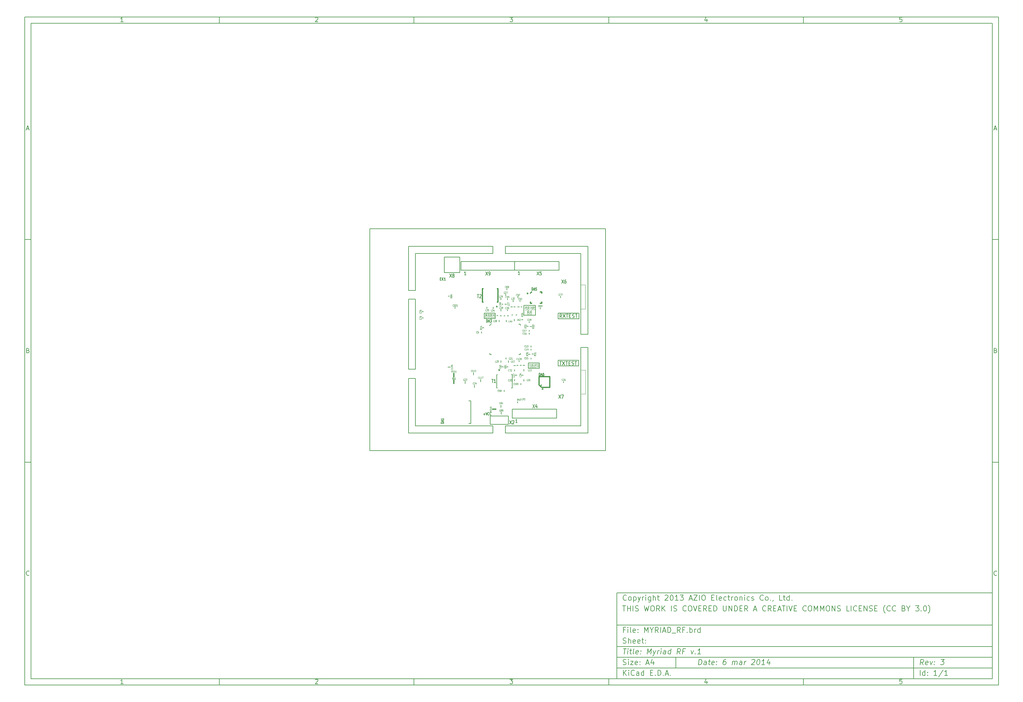
<source format=gto>
G04 (created by PCBNEW (2013-05-31 BZR 4019)-stable) date 06/03/2014 18:54:47*
%MOIN*%
G04 Gerber Fmt 3.4, Leading zero omitted, Abs format*
%FSLAX34Y34*%
G01*
G70*
G90*
G04 APERTURE LIST*
%ADD10C,0.00590551*%
%ADD11C,0.0077*%
%ADD12C,0.0078*%
%ADD13C,0.0079*%
%ADD14C,0.0117*%
%ADD15C,0.0039*%
%ADD16C,0.00787402*%
%ADD17C,0.0097*%
%ADD18C,0.0059*%
%ADD19C,0.0069*%
%ADD20C,0.00785*%
G04 APERTURE END LIST*
G54D10*
X4000Y-4000D02*
X112930Y-4000D01*
X112930Y-78680D01*
X4000Y-78680D01*
X4000Y-4000D01*
X4700Y-4700D02*
X112230Y-4700D01*
X112230Y-77980D01*
X4700Y-77980D01*
X4700Y-4700D01*
X25780Y-4000D02*
X25780Y-4700D01*
X15032Y-4552D02*
X14747Y-4552D01*
X14890Y-4552D02*
X14890Y-4052D01*
X14842Y-4123D01*
X14794Y-4171D01*
X14747Y-4195D01*
X25780Y-78680D02*
X25780Y-77980D01*
X15032Y-78532D02*
X14747Y-78532D01*
X14890Y-78532D02*
X14890Y-78032D01*
X14842Y-78103D01*
X14794Y-78151D01*
X14747Y-78175D01*
X47560Y-4000D02*
X47560Y-4700D01*
X36527Y-4100D02*
X36550Y-4076D01*
X36598Y-4052D01*
X36717Y-4052D01*
X36765Y-4076D01*
X36789Y-4100D01*
X36812Y-4147D01*
X36812Y-4195D01*
X36789Y-4266D01*
X36503Y-4552D01*
X36812Y-4552D01*
X47560Y-78680D02*
X47560Y-77980D01*
X36527Y-78080D02*
X36550Y-78056D01*
X36598Y-78032D01*
X36717Y-78032D01*
X36765Y-78056D01*
X36789Y-78080D01*
X36812Y-78127D01*
X36812Y-78175D01*
X36789Y-78246D01*
X36503Y-78532D01*
X36812Y-78532D01*
X69340Y-4000D02*
X69340Y-4700D01*
X58283Y-4052D02*
X58592Y-4052D01*
X58426Y-4242D01*
X58497Y-4242D01*
X58545Y-4266D01*
X58569Y-4290D01*
X58592Y-4338D01*
X58592Y-4457D01*
X58569Y-4504D01*
X58545Y-4528D01*
X58497Y-4552D01*
X58354Y-4552D01*
X58307Y-4528D01*
X58283Y-4504D01*
X69340Y-78680D02*
X69340Y-77980D01*
X58283Y-78032D02*
X58592Y-78032D01*
X58426Y-78222D01*
X58497Y-78222D01*
X58545Y-78246D01*
X58569Y-78270D01*
X58592Y-78318D01*
X58592Y-78437D01*
X58569Y-78484D01*
X58545Y-78508D01*
X58497Y-78532D01*
X58354Y-78532D01*
X58307Y-78508D01*
X58283Y-78484D01*
X91120Y-4000D02*
X91120Y-4700D01*
X80325Y-4219D02*
X80325Y-4552D01*
X80206Y-4028D02*
X80087Y-4385D01*
X80396Y-4385D01*
X91120Y-78680D02*
X91120Y-77980D01*
X80325Y-78199D02*
X80325Y-78532D01*
X80206Y-78008D02*
X80087Y-78365D01*
X80396Y-78365D01*
X102129Y-4052D02*
X101890Y-4052D01*
X101867Y-4290D01*
X101890Y-4266D01*
X101938Y-4242D01*
X102057Y-4242D01*
X102105Y-4266D01*
X102129Y-4290D01*
X102152Y-4338D01*
X102152Y-4457D01*
X102129Y-4504D01*
X102105Y-4528D01*
X102057Y-4552D01*
X101938Y-4552D01*
X101890Y-4528D01*
X101867Y-4504D01*
X102129Y-78032D02*
X101890Y-78032D01*
X101867Y-78270D01*
X101890Y-78246D01*
X101938Y-78222D01*
X102057Y-78222D01*
X102105Y-78246D01*
X102129Y-78270D01*
X102152Y-78318D01*
X102152Y-78437D01*
X102129Y-78484D01*
X102105Y-78508D01*
X102057Y-78532D01*
X101938Y-78532D01*
X101890Y-78508D01*
X101867Y-78484D01*
X4000Y-28890D02*
X4700Y-28890D01*
X4230Y-16509D02*
X4469Y-16509D01*
X4183Y-16652D02*
X4350Y-16152D01*
X4516Y-16652D01*
X112930Y-28890D02*
X112230Y-28890D01*
X112460Y-16509D02*
X112699Y-16509D01*
X112413Y-16652D02*
X112580Y-16152D01*
X112746Y-16652D01*
X4000Y-53780D02*
X4700Y-53780D01*
X4385Y-41280D02*
X4457Y-41304D01*
X4480Y-41328D01*
X4504Y-41375D01*
X4504Y-41447D01*
X4480Y-41494D01*
X4457Y-41518D01*
X4409Y-41542D01*
X4219Y-41542D01*
X4219Y-41042D01*
X4385Y-41042D01*
X4433Y-41066D01*
X4457Y-41090D01*
X4480Y-41137D01*
X4480Y-41185D01*
X4457Y-41232D01*
X4433Y-41256D01*
X4385Y-41280D01*
X4219Y-41280D01*
X112930Y-53780D02*
X112230Y-53780D01*
X112615Y-41280D02*
X112687Y-41304D01*
X112710Y-41328D01*
X112734Y-41375D01*
X112734Y-41447D01*
X112710Y-41494D01*
X112687Y-41518D01*
X112639Y-41542D01*
X112449Y-41542D01*
X112449Y-41042D01*
X112615Y-41042D01*
X112663Y-41066D01*
X112687Y-41090D01*
X112710Y-41137D01*
X112710Y-41185D01*
X112687Y-41232D01*
X112663Y-41256D01*
X112615Y-41280D01*
X112449Y-41280D01*
X4504Y-66384D02*
X4480Y-66408D01*
X4409Y-66432D01*
X4361Y-66432D01*
X4290Y-66408D01*
X4242Y-66360D01*
X4219Y-66313D01*
X4195Y-66218D01*
X4195Y-66146D01*
X4219Y-66051D01*
X4242Y-66003D01*
X4290Y-65956D01*
X4361Y-65932D01*
X4409Y-65932D01*
X4480Y-65956D01*
X4504Y-65980D01*
X112734Y-66384D02*
X112710Y-66408D01*
X112639Y-66432D01*
X112591Y-66432D01*
X112520Y-66408D01*
X112472Y-66360D01*
X112449Y-66313D01*
X112425Y-66218D01*
X112425Y-66146D01*
X112449Y-66051D01*
X112472Y-66003D01*
X112520Y-65956D01*
X112591Y-65932D01*
X112639Y-65932D01*
X112710Y-65956D01*
X112734Y-65980D01*
X79380Y-76422D02*
X79455Y-75822D01*
X79597Y-75822D01*
X79680Y-75851D01*
X79730Y-75908D01*
X79751Y-75965D01*
X79765Y-76080D01*
X79755Y-76165D01*
X79712Y-76280D01*
X79676Y-76337D01*
X79612Y-76394D01*
X79522Y-76422D01*
X79380Y-76422D01*
X80237Y-76422D02*
X80276Y-76108D01*
X80255Y-76051D01*
X80201Y-76022D01*
X80087Y-76022D01*
X80026Y-76051D01*
X80240Y-76394D02*
X80180Y-76422D01*
X80037Y-76422D01*
X79983Y-76394D01*
X79962Y-76337D01*
X79969Y-76280D01*
X80005Y-76222D01*
X80065Y-76194D01*
X80208Y-76194D01*
X80269Y-76165D01*
X80487Y-76022D02*
X80715Y-76022D01*
X80597Y-75822D02*
X80533Y-76337D01*
X80555Y-76394D01*
X80608Y-76422D01*
X80665Y-76422D01*
X81097Y-76394D02*
X81037Y-76422D01*
X80922Y-76422D01*
X80869Y-76394D01*
X80847Y-76337D01*
X80876Y-76108D01*
X80912Y-76051D01*
X80972Y-76022D01*
X81087Y-76022D01*
X81140Y-76051D01*
X81162Y-76108D01*
X81155Y-76165D01*
X80862Y-76222D01*
X81387Y-76365D02*
X81412Y-76394D01*
X81380Y-76422D01*
X81355Y-76394D01*
X81387Y-76365D01*
X81380Y-76422D01*
X81426Y-76051D02*
X81451Y-76080D01*
X81419Y-76108D01*
X81394Y-76080D01*
X81426Y-76051D01*
X81419Y-76108D01*
X82455Y-75822D02*
X82340Y-75822D01*
X82279Y-75851D01*
X82247Y-75880D01*
X82180Y-75965D01*
X82137Y-76080D01*
X82108Y-76308D01*
X82130Y-76365D01*
X82155Y-76394D01*
X82208Y-76422D01*
X82322Y-76422D01*
X82383Y-76394D01*
X82415Y-76365D01*
X82451Y-76308D01*
X82469Y-76165D01*
X82447Y-76108D01*
X82422Y-76080D01*
X82369Y-76051D01*
X82254Y-76051D01*
X82194Y-76080D01*
X82162Y-76108D01*
X82126Y-76165D01*
X83151Y-76422D02*
X83201Y-76022D01*
X83194Y-76080D02*
X83226Y-76051D01*
X83287Y-76022D01*
X83372Y-76022D01*
X83426Y-76051D01*
X83447Y-76108D01*
X83408Y-76422D01*
X83447Y-76108D02*
X83483Y-76051D01*
X83544Y-76022D01*
X83630Y-76022D01*
X83683Y-76051D01*
X83705Y-76108D01*
X83665Y-76422D01*
X84208Y-76422D02*
X84247Y-76108D01*
X84226Y-76051D01*
X84172Y-76022D01*
X84058Y-76022D01*
X83997Y-76051D01*
X84212Y-76394D02*
X84151Y-76422D01*
X84008Y-76422D01*
X83955Y-76394D01*
X83933Y-76337D01*
X83940Y-76280D01*
X83976Y-76222D01*
X84037Y-76194D01*
X84180Y-76194D01*
X84240Y-76165D01*
X84494Y-76422D02*
X84544Y-76022D01*
X84530Y-76137D02*
X84565Y-76080D01*
X84597Y-76051D01*
X84658Y-76022D01*
X84715Y-76022D01*
X85362Y-75880D02*
X85394Y-75851D01*
X85455Y-75822D01*
X85597Y-75822D01*
X85651Y-75851D01*
X85676Y-75880D01*
X85697Y-75937D01*
X85690Y-75994D01*
X85651Y-76080D01*
X85265Y-76422D01*
X85637Y-76422D01*
X86083Y-75822D02*
X86140Y-75822D01*
X86194Y-75851D01*
X86219Y-75880D01*
X86240Y-75937D01*
X86255Y-76051D01*
X86237Y-76194D01*
X86194Y-76308D01*
X86158Y-76365D01*
X86126Y-76394D01*
X86065Y-76422D01*
X86008Y-76422D01*
X85955Y-76394D01*
X85930Y-76365D01*
X85908Y-76308D01*
X85894Y-76194D01*
X85912Y-76051D01*
X85955Y-75937D01*
X85990Y-75880D01*
X86022Y-75851D01*
X86083Y-75822D01*
X86780Y-76422D02*
X86437Y-76422D01*
X86608Y-76422D02*
X86683Y-75822D01*
X86615Y-75908D01*
X86551Y-75965D01*
X86490Y-75994D01*
X87344Y-76022D02*
X87294Y-76422D01*
X87230Y-75794D02*
X87033Y-76222D01*
X87405Y-76222D01*
X70972Y-77622D02*
X70972Y-77022D01*
X71315Y-77622D02*
X71058Y-77280D01*
X71315Y-77022D02*
X70972Y-77365D01*
X71572Y-77622D02*
X71572Y-77222D01*
X71572Y-77022D02*
X71544Y-77051D01*
X71572Y-77080D01*
X71601Y-77051D01*
X71572Y-77022D01*
X71572Y-77080D01*
X72201Y-77565D02*
X72172Y-77594D01*
X72087Y-77622D01*
X72030Y-77622D01*
X71944Y-77594D01*
X71887Y-77537D01*
X71858Y-77480D01*
X71830Y-77365D01*
X71830Y-77280D01*
X71858Y-77165D01*
X71887Y-77108D01*
X71944Y-77051D01*
X72030Y-77022D01*
X72087Y-77022D01*
X72172Y-77051D01*
X72201Y-77080D01*
X72715Y-77622D02*
X72715Y-77308D01*
X72687Y-77251D01*
X72630Y-77222D01*
X72515Y-77222D01*
X72458Y-77251D01*
X72715Y-77594D02*
X72658Y-77622D01*
X72515Y-77622D01*
X72458Y-77594D01*
X72430Y-77537D01*
X72430Y-77480D01*
X72458Y-77422D01*
X72515Y-77394D01*
X72658Y-77394D01*
X72715Y-77365D01*
X73258Y-77622D02*
X73258Y-77022D01*
X73258Y-77594D02*
X73201Y-77622D01*
X73087Y-77622D01*
X73030Y-77594D01*
X73001Y-77565D01*
X72972Y-77508D01*
X72972Y-77337D01*
X73001Y-77280D01*
X73030Y-77251D01*
X73087Y-77222D01*
X73201Y-77222D01*
X73258Y-77251D01*
X74001Y-77308D02*
X74201Y-77308D01*
X74287Y-77622D02*
X74001Y-77622D01*
X74001Y-77022D01*
X74287Y-77022D01*
X74544Y-77565D02*
X74572Y-77594D01*
X74544Y-77622D01*
X74515Y-77594D01*
X74544Y-77565D01*
X74544Y-77622D01*
X74829Y-77622D02*
X74829Y-77022D01*
X74972Y-77022D01*
X75058Y-77051D01*
X75115Y-77108D01*
X75144Y-77165D01*
X75172Y-77280D01*
X75172Y-77365D01*
X75144Y-77480D01*
X75115Y-77537D01*
X75058Y-77594D01*
X74972Y-77622D01*
X74829Y-77622D01*
X75429Y-77565D02*
X75458Y-77594D01*
X75429Y-77622D01*
X75401Y-77594D01*
X75429Y-77565D01*
X75429Y-77622D01*
X75687Y-77451D02*
X75972Y-77451D01*
X75629Y-77622D02*
X75829Y-77022D01*
X76029Y-77622D01*
X76229Y-77565D02*
X76258Y-77594D01*
X76229Y-77622D01*
X76201Y-77594D01*
X76229Y-77565D01*
X76229Y-77622D01*
X104522Y-76422D02*
X104358Y-76137D01*
X104180Y-76422D02*
X104255Y-75822D01*
X104483Y-75822D01*
X104537Y-75851D01*
X104562Y-75880D01*
X104583Y-75937D01*
X104572Y-76022D01*
X104537Y-76080D01*
X104505Y-76108D01*
X104444Y-76137D01*
X104215Y-76137D01*
X105012Y-76394D02*
X104951Y-76422D01*
X104837Y-76422D01*
X104783Y-76394D01*
X104762Y-76337D01*
X104790Y-76108D01*
X104826Y-76051D01*
X104887Y-76022D01*
X105001Y-76022D01*
X105055Y-76051D01*
X105076Y-76108D01*
X105069Y-76165D01*
X104776Y-76222D01*
X105287Y-76022D02*
X105380Y-76422D01*
X105572Y-76022D01*
X105758Y-76365D02*
X105783Y-76394D01*
X105751Y-76422D01*
X105726Y-76394D01*
X105758Y-76365D01*
X105751Y-76422D01*
X105797Y-76051D02*
X105822Y-76080D01*
X105790Y-76108D01*
X105765Y-76080D01*
X105797Y-76051D01*
X105790Y-76108D01*
X106512Y-75822D02*
X106883Y-75822D01*
X106655Y-76051D01*
X106740Y-76051D01*
X106794Y-76080D01*
X106819Y-76108D01*
X106840Y-76165D01*
X106822Y-76308D01*
X106787Y-76365D01*
X106755Y-76394D01*
X106694Y-76422D01*
X106522Y-76422D01*
X106469Y-76394D01*
X106444Y-76365D01*
X70944Y-76394D02*
X71030Y-76422D01*
X71172Y-76422D01*
X71230Y-76394D01*
X71258Y-76365D01*
X71287Y-76308D01*
X71287Y-76251D01*
X71258Y-76194D01*
X71230Y-76165D01*
X71172Y-76137D01*
X71058Y-76108D01*
X71001Y-76080D01*
X70972Y-76051D01*
X70944Y-75994D01*
X70944Y-75937D01*
X70972Y-75880D01*
X71001Y-75851D01*
X71058Y-75822D01*
X71201Y-75822D01*
X71287Y-75851D01*
X71544Y-76422D02*
X71544Y-76022D01*
X71544Y-75822D02*
X71515Y-75851D01*
X71544Y-75880D01*
X71572Y-75851D01*
X71544Y-75822D01*
X71544Y-75880D01*
X71772Y-76022D02*
X72087Y-76022D01*
X71772Y-76422D01*
X72087Y-76422D01*
X72544Y-76394D02*
X72487Y-76422D01*
X72372Y-76422D01*
X72315Y-76394D01*
X72287Y-76337D01*
X72287Y-76108D01*
X72315Y-76051D01*
X72372Y-76022D01*
X72487Y-76022D01*
X72544Y-76051D01*
X72572Y-76108D01*
X72572Y-76165D01*
X72287Y-76222D01*
X72830Y-76365D02*
X72858Y-76394D01*
X72830Y-76422D01*
X72801Y-76394D01*
X72830Y-76365D01*
X72830Y-76422D01*
X72830Y-76051D02*
X72858Y-76080D01*
X72830Y-76108D01*
X72801Y-76080D01*
X72830Y-76051D01*
X72830Y-76108D01*
X73544Y-76251D02*
X73830Y-76251D01*
X73487Y-76422D02*
X73687Y-75822D01*
X73887Y-76422D01*
X74344Y-76022D02*
X74344Y-76422D01*
X74201Y-75794D02*
X74058Y-76222D01*
X74430Y-76222D01*
X104172Y-77622D02*
X104172Y-77022D01*
X104715Y-77622D02*
X104715Y-77022D01*
X104715Y-77594D02*
X104658Y-77622D01*
X104544Y-77622D01*
X104487Y-77594D01*
X104458Y-77565D01*
X104430Y-77508D01*
X104430Y-77337D01*
X104458Y-77280D01*
X104487Y-77251D01*
X104544Y-77222D01*
X104658Y-77222D01*
X104715Y-77251D01*
X105001Y-77565D02*
X105030Y-77594D01*
X105001Y-77622D01*
X104972Y-77594D01*
X105001Y-77565D01*
X105001Y-77622D01*
X105001Y-77251D02*
X105030Y-77280D01*
X105001Y-77308D01*
X104972Y-77280D01*
X105001Y-77251D01*
X105001Y-77308D01*
X106058Y-77622D02*
X105715Y-77622D01*
X105887Y-77622D02*
X105887Y-77022D01*
X105829Y-77108D01*
X105772Y-77165D01*
X105715Y-77194D01*
X106744Y-76994D02*
X106230Y-77765D01*
X107258Y-77622D02*
X106915Y-77622D01*
X107087Y-77622D02*
X107087Y-77022D01*
X107029Y-77108D01*
X106972Y-77165D01*
X106915Y-77194D01*
X70969Y-74622D02*
X71312Y-74622D01*
X71065Y-75222D02*
X71140Y-74622D01*
X71437Y-75222D02*
X71487Y-74822D01*
X71512Y-74622D02*
X71480Y-74651D01*
X71505Y-74680D01*
X71537Y-74651D01*
X71512Y-74622D01*
X71505Y-74680D01*
X71687Y-74822D02*
X71915Y-74822D01*
X71797Y-74622D02*
X71733Y-75137D01*
X71755Y-75194D01*
X71808Y-75222D01*
X71865Y-75222D01*
X72151Y-75222D02*
X72097Y-75194D01*
X72076Y-75137D01*
X72140Y-74622D01*
X72612Y-75194D02*
X72551Y-75222D01*
X72437Y-75222D01*
X72383Y-75194D01*
X72362Y-75137D01*
X72390Y-74908D01*
X72426Y-74851D01*
X72487Y-74822D01*
X72601Y-74822D01*
X72655Y-74851D01*
X72676Y-74908D01*
X72669Y-74965D01*
X72376Y-75022D01*
X72901Y-75165D02*
X72926Y-75194D01*
X72894Y-75222D01*
X72869Y-75194D01*
X72901Y-75165D01*
X72894Y-75222D01*
X72940Y-74851D02*
X72965Y-74880D01*
X72933Y-74908D01*
X72908Y-74880D01*
X72940Y-74851D01*
X72933Y-74908D01*
X73637Y-75222D02*
X73712Y-74622D01*
X73858Y-75051D01*
X74112Y-74622D01*
X74037Y-75222D01*
X74315Y-74822D02*
X74408Y-75222D01*
X74601Y-74822D02*
X74408Y-75222D01*
X74333Y-75365D01*
X74301Y-75394D01*
X74240Y-75422D01*
X74780Y-75222D02*
X74830Y-74822D01*
X74815Y-74937D02*
X74851Y-74880D01*
X74883Y-74851D01*
X74944Y-74822D01*
X75001Y-74822D01*
X75151Y-75222D02*
X75201Y-74822D01*
X75226Y-74622D02*
X75194Y-74651D01*
X75219Y-74680D01*
X75251Y-74651D01*
X75226Y-74622D01*
X75219Y-74680D01*
X75694Y-75222D02*
X75733Y-74908D01*
X75712Y-74851D01*
X75658Y-74822D01*
X75544Y-74822D01*
X75483Y-74851D01*
X75697Y-75194D02*
X75637Y-75222D01*
X75494Y-75222D01*
X75440Y-75194D01*
X75419Y-75137D01*
X75426Y-75080D01*
X75462Y-75022D01*
X75522Y-74994D01*
X75665Y-74994D01*
X75726Y-74965D01*
X76237Y-75222D02*
X76312Y-74622D01*
X76240Y-75194D02*
X76180Y-75222D01*
X76065Y-75222D01*
X76012Y-75194D01*
X75987Y-75165D01*
X75965Y-75108D01*
X75987Y-74937D01*
X76022Y-74880D01*
X76055Y-74851D01*
X76115Y-74822D01*
X76230Y-74822D01*
X76283Y-74851D01*
X77322Y-75222D02*
X77158Y-74937D01*
X76980Y-75222D02*
X77055Y-74622D01*
X77283Y-74622D01*
X77337Y-74651D01*
X77362Y-74680D01*
X77383Y-74737D01*
X77372Y-74822D01*
X77337Y-74880D01*
X77305Y-74908D01*
X77244Y-74937D01*
X77015Y-74937D01*
X77819Y-74908D02*
X77619Y-74908D01*
X77580Y-75222D02*
X77655Y-74622D01*
X77940Y-74622D01*
X78544Y-74822D02*
X78637Y-75222D01*
X78830Y-74822D01*
X79015Y-75165D02*
X79040Y-75194D01*
X79008Y-75222D01*
X78983Y-75194D01*
X79015Y-75165D01*
X79008Y-75222D01*
X79608Y-75222D02*
X79265Y-75222D01*
X79437Y-75222D02*
X79512Y-74622D01*
X79444Y-74708D01*
X79380Y-74765D01*
X79319Y-74794D01*
X71172Y-72508D02*
X70972Y-72508D01*
X70972Y-72822D02*
X70972Y-72222D01*
X71258Y-72222D01*
X71487Y-72822D02*
X71487Y-72422D01*
X71487Y-72222D02*
X71458Y-72251D01*
X71487Y-72280D01*
X71515Y-72251D01*
X71487Y-72222D01*
X71487Y-72280D01*
X71858Y-72822D02*
X71801Y-72794D01*
X71772Y-72737D01*
X71772Y-72222D01*
X72315Y-72794D02*
X72258Y-72822D01*
X72144Y-72822D01*
X72087Y-72794D01*
X72058Y-72737D01*
X72058Y-72508D01*
X72087Y-72451D01*
X72144Y-72422D01*
X72258Y-72422D01*
X72315Y-72451D01*
X72344Y-72508D01*
X72344Y-72565D01*
X72058Y-72622D01*
X72601Y-72765D02*
X72630Y-72794D01*
X72601Y-72822D01*
X72572Y-72794D01*
X72601Y-72765D01*
X72601Y-72822D01*
X72601Y-72451D02*
X72630Y-72480D01*
X72601Y-72508D01*
X72572Y-72480D01*
X72601Y-72451D01*
X72601Y-72508D01*
X73344Y-72822D02*
X73344Y-72222D01*
X73544Y-72651D01*
X73744Y-72222D01*
X73744Y-72822D01*
X74144Y-72537D02*
X74144Y-72822D01*
X73944Y-72222D02*
X74144Y-72537D01*
X74344Y-72222D01*
X74887Y-72822D02*
X74687Y-72537D01*
X74544Y-72822D02*
X74544Y-72222D01*
X74772Y-72222D01*
X74830Y-72251D01*
X74858Y-72280D01*
X74887Y-72337D01*
X74887Y-72422D01*
X74858Y-72480D01*
X74830Y-72508D01*
X74772Y-72537D01*
X74544Y-72537D01*
X75144Y-72822D02*
X75144Y-72222D01*
X75401Y-72651D02*
X75687Y-72651D01*
X75344Y-72822D02*
X75544Y-72222D01*
X75744Y-72822D01*
X75944Y-72822D02*
X75944Y-72222D01*
X76087Y-72222D01*
X76172Y-72251D01*
X76230Y-72308D01*
X76258Y-72365D01*
X76287Y-72480D01*
X76287Y-72565D01*
X76258Y-72680D01*
X76230Y-72737D01*
X76172Y-72794D01*
X76087Y-72822D01*
X75944Y-72822D01*
X76401Y-72880D02*
X76858Y-72880D01*
X77344Y-72822D02*
X77144Y-72537D01*
X77001Y-72822D02*
X77001Y-72222D01*
X77230Y-72222D01*
X77287Y-72251D01*
X77315Y-72280D01*
X77344Y-72337D01*
X77344Y-72422D01*
X77315Y-72480D01*
X77287Y-72508D01*
X77230Y-72537D01*
X77001Y-72537D01*
X77801Y-72508D02*
X77601Y-72508D01*
X77601Y-72822D02*
X77601Y-72222D01*
X77887Y-72222D01*
X78115Y-72765D02*
X78144Y-72794D01*
X78115Y-72822D01*
X78087Y-72794D01*
X78115Y-72765D01*
X78115Y-72822D01*
X78401Y-72822D02*
X78401Y-72222D01*
X78401Y-72451D02*
X78458Y-72422D01*
X78572Y-72422D01*
X78630Y-72451D01*
X78658Y-72480D01*
X78687Y-72537D01*
X78687Y-72708D01*
X78658Y-72765D01*
X78630Y-72794D01*
X78572Y-72822D01*
X78458Y-72822D01*
X78401Y-72794D01*
X78944Y-72822D02*
X78944Y-72422D01*
X78944Y-72537D02*
X78972Y-72480D01*
X79001Y-72451D01*
X79058Y-72422D01*
X79115Y-72422D01*
X79572Y-72822D02*
X79572Y-72222D01*
X79572Y-72794D02*
X79515Y-72822D01*
X79401Y-72822D01*
X79344Y-72794D01*
X79315Y-72765D01*
X79287Y-72708D01*
X79287Y-72537D01*
X79315Y-72480D01*
X79344Y-72451D01*
X79401Y-72422D01*
X79515Y-72422D01*
X79572Y-72451D01*
X70944Y-73994D02*
X71030Y-74022D01*
X71172Y-74022D01*
X71230Y-73994D01*
X71258Y-73965D01*
X71287Y-73908D01*
X71287Y-73851D01*
X71258Y-73794D01*
X71230Y-73765D01*
X71172Y-73737D01*
X71058Y-73708D01*
X71001Y-73680D01*
X70972Y-73651D01*
X70944Y-73594D01*
X70944Y-73537D01*
X70972Y-73480D01*
X71001Y-73451D01*
X71058Y-73422D01*
X71201Y-73422D01*
X71287Y-73451D01*
X71544Y-74022D02*
X71544Y-73422D01*
X71801Y-74022D02*
X71801Y-73708D01*
X71772Y-73651D01*
X71715Y-73622D01*
X71630Y-73622D01*
X71572Y-73651D01*
X71544Y-73680D01*
X72315Y-73994D02*
X72258Y-74022D01*
X72144Y-74022D01*
X72087Y-73994D01*
X72058Y-73937D01*
X72058Y-73708D01*
X72087Y-73651D01*
X72144Y-73622D01*
X72258Y-73622D01*
X72315Y-73651D01*
X72344Y-73708D01*
X72344Y-73765D01*
X72058Y-73822D01*
X72830Y-73994D02*
X72772Y-74022D01*
X72658Y-74022D01*
X72601Y-73994D01*
X72572Y-73937D01*
X72572Y-73708D01*
X72601Y-73651D01*
X72658Y-73622D01*
X72772Y-73622D01*
X72830Y-73651D01*
X72858Y-73708D01*
X72858Y-73765D01*
X72572Y-73822D01*
X73030Y-73622D02*
X73258Y-73622D01*
X73115Y-73422D02*
X73115Y-73937D01*
X73144Y-73994D01*
X73201Y-74022D01*
X73258Y-74022D01*
X73458Y-73965D02*
X73487Y-73994D01*
X73458Y-74022D01*
X73430Y-73994D01*
X73458Y-73965D01*
X73458Y-74022D01*
X73458Y-73651D02*
X73487Y-73680D01*
X73458Y-73708D01*
X73430Y-73680D01*
X73458Y-73651D01*
X73458Y-73708D01*
X70887Y-69822D02*
X71230Y-69822D01*
X71058Y-70422D02*
X71058Y-69822D01*
X71430Y-70422D02*
X71430Y-69822D01*
X71430Y-70108D02*
X71772Y-70108D01*
X71772Y-70422D02*
X71772Y-69822D01*
X72058Y-70422D02*
X72058Y-69822D01*
X72315Y-70394D02*
X72401Y-70422D01*
X72544Y-70422D01*
X72601Y-70394D01*
X72629Y-70365D01*
X72658Y-70308D01*
X72658Y-70251D01*
X72629Y-70194D01*
X72601Y-70165D01*
X72544Y-70137D01*
X72429Y-70108D01*
X72372Y-70080D01*
X72344Y-70051D01*
X72315Y-69994D01*
X72315Y-69937D01*
X72344Y-69880D01*
X72372Y-69851D01*
X72429Y-69822D01*
X72572Y-69822D01*
X72658Y-69851D01*
X73315Y-69822D02*
X73458Y-70422D01*
X73572Y-69994D01*
X73687Y-70422D01*
X73830Y-69822D01*
X74172Y-69822D02*
X74287Y-69822D01*
X74344Y-69851D01*
X74401Y-69908D01*
X74430Y-70022D01*
X74430Y-70222D01*
X74401Y-70337D01*
X74344Y-70394D01*
X74287Y-70422D01*
X74172Y-70422D01*
X74115Y-70394D01*
X74058Y-70337D01*
X74030Y-70222D01*
X74030Y-70022D01*
X74058Y-69908D01*
X74115Y-69851D01*
X74172Y-69822D01*
X75029Y-70422D02*
X74829Y-70137D01*
X74687Y-70422D02*
X74687Y-69822D01*
X74915Y-69822D01*
X74972Y-69851D01*
X75001Y-69880D01*
X75029Y-69937D01*
X75029Y-70022D01*
X75001Y-70080D01*
X74972Y-70108D01*
X74915Y-70137D01*
X74687Y-70137D01*
X75287Y-70422D02*
X75287Y-69822D01*
X75629Y-70422D02*
X75372Y-70080D01*
X75629Y-69822D02*
X75287Y-70165D01*
X76344Y-70422D02*
X76344Y-69822D01*
X76601Y-70394D02*
X76687Y-70422D01*
X76829Y-70422D01*
X76887Y-70394D01*
X76915Y-70365D01*
X76944Y-70308D01*
X76944Y-70251D01*
X76915Y-70194D01*
X76887Y-70165D01*
X76829Y-70137D01*
X76715Y-70108D01*
X76658Y-70080D01*
X76629Y-70051D01*
X76601Y-69994D01*
X76601Y-69937D01*
X76629Y-69880D01*
X76658Y-69851D01*
X76715Y-69822D01*
X76858Y-69822D01*
X76944Y-69851D01*
X78001Y-70365D02*
X77972Y-70394D01*
X77887Y-70422D01*
X77830Y-70422D01*
X77744Y-70394D01*
X77687Y-70337D01*
X77658Y-70280D01*
X77630Y-70165D01*
X77630Y-70080D01*
X77658Y-69965D01*
X77687Y-69908D01*
X77744Y-69851D01*
X77830Y-69822D01*
X77887Y-69822D01*
X77972Y-69851D01*
X78001Y-69880D01*
X78372Y-69822D02*
X78487Y-69822D01*
X78544Y-69851D01*
X78601Y-69908D01*
X78630Y-70022D01*
X78630Y-70222D01*
X78601Y-70337D01*
X78544Y-70394D01*
X78487Y-70422D01*
X78372Y-70422D01*
X78315Y-70394D01*
X78258Y-70337D01*
X78230Y-70222D01*
X78230Y-70022D01*
X78258Y-69908D01*
X78315Y-69851D01*
X78372Y-69822D01*
X78801Y-69822D02*
X79001Y-70422D01*
X79201Y-69822D01*
X79401Y-70108D02*
X79601Y-70108D01*
X79687Y-70422D02*
X79401Y-70422D01*
X79401Y-69822D01*
X79687Y-69822D01*
X80287Y-70422D02*
X80087Y-70137D01*
X79944Y-70422D02*
X79944Y-69822D01*
X80172Y-69822D01*
X80229Y-69851D01*
X80258Y-69880D01*
X80287Y-69937D01*
X80287Y-70022D01*
X80258Y-70080D01*
X80229Y-70108D01*
X80172Y-70137D01*
X79944Y-70137D01*
X80544Y-70108D02*
X80744Y-70108D01*
X80829Y-70422D02*
X80544Y-70422D01*
X80544Y-69822D01*
X80829Y-69822D01*
X81087Y-70422D02*
X81087Y-69822D01*
X81229Y-69822D01*
X81315Y-69851D01*
X81372Y-69908D01*
X81401Y-69965D01*
X81429Y-70080D01*
X81429Y-70165D01*
X81401Y-70280D01*
X81372Y-70337D01*
X81315Y-70394D01*
X81229Y-70422D01*
X81087Y-70422D01*
X82144Y-69822D02*
X82144Y-70308D01*
X82172Y-70365D01*
X82201Y-70394D01*
X82258Y-70422D01*
X82372Y-70422D01*
X82429Y-70394D01*
X82458Y-70365D01*
X82487Y-70308D01*
X82487Y-69822D01*
X82772Y-70422D02*
X82772Y-69822D01*
X83115Y-70422D01*
X83115Y-69822D01*
X83401Y-70422D02*
X83401Y-69822D01*
X83544Y-69822D01*
X83629Y-69851D01*
X83687Y-69908D01*
X83715Y-69965D01*
X83744Y-70080D01*
X83744Y-70165D01*
X83715Y-70280D01*
X83687Y-70337D01*
X83629Y-70394D01*
X83544Y-70422D01*
X83401Y-70422D01*
X84001Y-70108D02*
X84201Y-70108D01*
X84287Y-70422D02*
X84001Y-70422D01*
X84001Y-69822D01*
X84287Y-69822D01*
X84887Y-70422D02*
X84687Y-70137D01*
X84544Y-70422D02*
X84544Y-69822D01*
X84772Y-69822D01*
X84829Y-69851D01*
X84858Y-69880D01*
X84887Y-69937D01*
X84887Y-70022D01*
X84858Y-70080D01*
X84829Y-70108D01*
X84772Y-70137D01*
X84544Y-70137D01*
X85572Y-70251D02*
X85858Y-70251D01*
X85515Y-70422D02*
X85715Y-69822D01*
X85915Y-70422D01*
X86915Y-70365D02*
X86887Y-70394D01*
X86801Y-70422D01*
X86744Y-70422D01*
X86658Y-70394D01*
X86601Y-70337D01*
X86572Y-70280D01*
X86544Y-70165D01*
X86544Y-70080D01*
X86572Y-69965D01*
X86601Y-69908D01*
X86658Y-69851D01*
X86744Y-69822D01*
X86801Y-69822D01*
X86887Y-69851D01*
X86915Y-69880D01*
X87515Y-70422D02*
X87315Y-70137D01*
X87172Y-70422D02*
X87172Y-69822D01*
X87401Y-69822D01*
X87458Y-69851D01*
X87487Y-69880D01*
X87515Y-69937D01*
X87515Y-70022D01*
X87487Y-70080D01*
X87458Y-70108D01*
X87401Y-70137D01*
X87172Y-70137D01*
X87772Y-70108D02*
X87972Y-70108D01*
X88058Y-70422D02*
X87772Y-70422D01*
X87772Y-69822D01*
X88058Y-69822D01*
X88287Y-70251D02*
X88572Y-70251D01*
X88229Y-70422D02*
X88429Y-69822D01*
X88629Y-70422D01*
X88744Y-69822D02*
X89087Y-69822D01*
X88915Y-70422D02*
X88915Y-69822D01*
X89287Y-70422D02*
X89287Y-69822D01*
X89487Y-69822D02*
X89687Y-70422D01*
X89887Y-69822D01*
X90087Y-70108D02*
X90287Y-70108D01*
X90372Y-70422D02*
X90087Y-70422D01*
X90087Y-69822D01*
X90372Y-69822D01*
X91429Y-70365D02*
X91401Y-70394D01*
X91315Y-70422D01*
X91258Y-70422D01*
X91172Y-70394D01*
X91115Y-70337D01*
X91087Y-70280D01*
X91058Y-70165D01*
X91058Y-70080D01*
X91087Y-69965D01*
X91115Y-69908D01*
X91172Y-69851D01*
X91258Y-69822D01*
X91315Y-69822D01*
X91401Y-69851D01*
X91429Y-69880D01*
X91801Y-69822D02*
X91915Y-69822D01*
X91972Y-69851D01*
X92029Y-69908D01*
X92058Y-70022D01*
X92058Y-70222D01*
X92029Y-70337D01*
X91972Y-70394D01*
X91915Y-70422D01*
X91801Y-70422D01*
X91744Y-70394D01*
X91687Y-70337D01*
X91658Y-70222D01*
X91658Y-70022D01*
X91687Y-69908D01*
X91744Y-69851D01*
X91801Y-69822D01*
X92315Y-70422D02*
X92315Y-69822D01*
X92515Y-70251D01*
X92715Y-69822D01*
X92715Y-70422D01*
X93001Y-70422D02*
X93001Y-69822D01*
X93201Y-70251D01*
X93401Y-69822D01*
X93401Y-70422D01*
X93801Y-69822D02*
X93915Y-69822D01*
X93972Y-69851D01*
X94029Y-69908D01*
X94058Y-70022D01*
X94058Y-70222D01*
X94029Y-70337D01*
X93972Y-70394D01*
X93915Y-70422D01*
X93801Y-70422D01*
X93744Y-70394D01*
X93687Y-70337D01*
X93658Y-70222D01*
X93658Y-70022D01*
X93687Y-69908D01*
X93744Y-69851D01*
X93801Y-69822D01*
X94315Y-70422D02*
X94315Y-69822D01*
X94658Y-70422D01*
X94658Y-69822D01*
X94915Y-70394D02*
X95001Y-70422D01*
X95144Y-70422D01*
X95201Y-70394D01*
X95229Y-70365D01*
X95258Y-70308D01*
X95258Y-70251D01*
X95229Y-70194D01*
X95201Y-70165D01*
X95144Y-70137D01*
X95029Y-70108D01*
X94972Y-70080D01*
X94944Y-70051D01*
X94915Y-69994D01*
X94915Y-69937D01*
X94944Y-69880D01*
X94972Y-69851D01*
X95029Y-69822D01*
X95172Y-69822D01*
X95258Y-69851D01*
X96258Y-70422D02*
X95972Y-70422D01*
X95972Y-69822D01*
X96458Y-70422D02*
X96458Y-69822D01*
X97087Y-70365D02*
X97058Y-70394D01*
X96972Y-70422D01*
X96915Y-70422D01*
X96829Y-70394D01*
X96772Y-70337D01*
X96744Y-70280D01*
X96715Y-70165D01*
X96715Y-70080D01*
X96744Y-69965D01*
X96772Y-69908D01*
X96829Y-69851D01*
X96915Y-69822D01*
X96972Y-69822D01*
X97058Y-69851D01*
X97087Y-69880D01*
X97344Y-70108D02*
X97544Y-70108D01*
X97629Y-70422D02*
X97344Y-70422D01*
X97344Y-69822D01*
X97629Y-69822D01*
X97887Y-70422D02*
X97887Y-69822D01*
X98229Y-70422D01*
X98229Y-69822D01*
X98487Y-70394D02*
X98572Y-70422D01*
X98715Y-70422D01*
X98772Y-70394D01*
X98801Y-70365D01*
X98829Y-70308D01*
X98829Y-70251D01*
X98801Y-70194D01*
X98772Y-70165D01*
X98715Y-70137D01*
X98601Y-70108D01*
X98544Y-70080D01*
X98515Y-70051D01*
X98487Y-69994D01*
X98487Y-69937D01*
X98515Y-69880D01*
X98544Y-69851D01*
X98601Y-69822D01*
X98744Y-69822D01*
X98829Y-69851D01*
X99087Y-70108D02*
X99287Y-70108D01*
X99372Y-70422D02*
X99087Y-70422D01*
X99087Y-69822D01*
X99372Y-69822D01*
X100258Y-70651D02*
X100229Y-70622D01*
X100172Y-70537D01*
X100144Y-70480D01*
X100115Y-70394D01*
X100087Y-70251D01*
X100087Y-70137D01*
X100115Y-69994D01*
X100144Y-69908D01*
X100172Y-69851D01*
X100229Y-69765D01*
X100258Y-69737D01*
X100829Y-70365D02*
X100801Y-70394D01*
X100715Y-70422D01*
X100658Y-70422D01*
X100572Y-70394D01*
X100515Y-70337D01*
X100487Y-70280D01*
X100458Y-70165D01*
X100458Y-70080D01*
X100487Y-69965D01*
X100515Y-69908D01*
X100572Y-69851D01*
X100658Y-69822D01*
X100715Y-69822D01*
X100801Y-69851D01*
X100829Y-69880D01*
X101429Y-70365D02*
X101401Y-70394D01*
X101315Y-70422D01*
X101258Y-70422D01*
X101172Y-70394D01*
X101115Y-70337D01*
X101087Y-70280D01*
X101058Y-70165D01*
X101058Y-70080D01*
X101087Y-69965D01*
X101115Y-69908D01*
X101172Y-69851D01*
X101258Y-69822D01*
X101315Y-69822D01*
X101401Y-69851D01*
X101429Y-69880D01*
X102344Y-70108D02*
X102429Y-70137D01*
X102458Y-70165D01*
X102487Y-70222D01*
X102487Y-70308D01*
X102458Y-70365D01*
X102429Y-70394D01*
X102372Y-70422D01*
X102144Y-70422D01*
X102144Y-69822D01*
X102344Y-69822D01*
X102401Y-69851D01*
X102429Y-69880D01*
X102458Y-69937D01*
X102458Y-69994D01*
X102429Y-70051D01*
X102401Y-70080D01*
X102344Y-70108D01*
X102144Y-70108D01*
X102858Y-70137D02*
X102858Y-70422D01*
X102658Y-69822D02*
X102858Y-70137D01*
X103058Y-69822D01*
X103658Y-69822D02*
X104029Y-69822D01*
X103829Y-70051D01*
X103915Y-70051D01*
X103972Y-70080D01*
X104001Y-70108D01*
X104029Y-70165D01*
X104029Y-70308D01*
X104001Y-70365D01*
X103972Y-70394D01*
X103915Y-70422D01*
X103744Y-70422D01*
X103687Y-70394D01*
X103658Y-70365D01*
X104287Y-70365D02*
X104315Y-70394D01*
X104287Y-70422D01*
X104258Y-70394D01*
X104287Y-70365D01*
X104287Y-70422D01*
X104687Y-69822D02*
X104744Y-69822D01*
X104801Y-69851D01*
X104829Y-69880D01*
X104858Y-69937D01*
X104887Y-70051D01*
X104887Y-70194D01*
X104858Y-70308D01*
X104829Y-70365D01*
X104801Y-70394D01*
X104744Y-70422D01*
X104687Y-70422D01*
X104629Y-70394D01*
X104601Y-70365D01*
X104572Y-70308D01*
X104544Y-70194D01*
X104544Y-70051D01*
X104572Y-69937D01*
X104601Y-69880D01*
X104629Y-69851D01*
X104687Y-69822D01*
X105087Y-70651D02*
X105115Y-70622D01*
X105172Y-70537D01*
X105201Y-70480D01*
X105229Y-70394D01*
X105258Y-70251D01*
X105258Y-70137D01*
X105229Y-69994D01*
X105201Y-69908D01*
X105172Y-69851D01*
X105115Y-69765D01*
X105087Y-69737D01*
X71315Y-69165D02*
X71287Y-69194D01*
X71201Y-69222D01*
X71144Y-69222D01*
X71058Y-69194D01*
X71001Y-69137D01*
X70972Y-69080D01*
X70944Y-68965D01*
X70944Y-68880D01*
X70972Y-68765D01*
X71001Y-68708D01*
X71058Y-68651D01*
X71144Y-68622D01*
X71201Y-68622D01*
X71287Y-68651D01*
X71315Y-68680D01*
X71658Y-69222D02*
X71601Y-69194D01*
X71572Y-69165D01*
X71544Y-69108D01*
X71544Y-68937D01*
X71572Y-68880D01*
X71601Y-68851D01*
X71658Y-68822D01*
X71744Y-68822D01*
X71801Y-68851D01*
X71830Y-68880D01*
X71858Y-68937D01*
X71858Y-69108D01*
X71830Y-69165D01*
X71801Y-69194D01*
X71744Y-69222D01*
X71658Y-69222D01*
X72115Y-68822D02*
X72115Y-69422D01*
X72115Y-68851D02*
X72172Y-68822D01*
X72287Y-68822D01*
X72344Y-68851D01*
X72372Y-68880D01*
X72401Y-68937D01*
X72401Y-69108D01*
X72372Y-69165D01*
X72344Y-69194D01*
X72287Y-69222D01*
X72172Y-69222D01*
X72115Y-69194D01*
X72601Y-68822D02*
X72744Y-69222D01*
X72887Y-68822D02*
X72744Y-69222D01*
X72687Y-69365D01*
X72658Y-69394D01*
X72601Y-69422D01*
X73115Y-69222D02*
X73115Y-68822D01*
X73115Y-68937D02*
X73144Y-68880D01*
X73172Y-68851D01*
X73230Y-68822D01*
X73287Y-68822D01*
X73487Y-69222D02*
X73487Y-68822D01*
X73487Y-68622D02*
X73458Y-68651D01*
X73487Y-68680D01*
X73515Y-68651D01*
X73487Y-68622D01*
X73487Y-68680D01*
X74030Y-68822D02*
X74030Y-69308D01*
X74001Y-69365D01*
X73972Y-69394D01*
X73915Y-69422D01*
X73830Y-69422D01*
X73772Y-69394D01*
X74030Y-69194D02*
X73972Y-69222D01*
X73858Y-69222D01*
X73801Y-69194D01*
X73772Y-69165D01*
X73744Y-69108D01*
X73744Y-68937D01*
X73772Y-68880D01*
X73801Y-68851D01*
X73858Y-68822D01*
X73972Y-68822D01*
X74030Y-68851D01*
X74315Y-69222D02*
X74315Y-68622D01*
X74572Y-69222D02*
X74572Y-68908D01*
X74544Y-68851D01*
X74487Y-68822D01*
X74401Y-68822D01*
X74344Y-68851D01*
X74315Y-68880D01*
X74772Y-68822D02*
X75001Y-68822D01*
X74858Y-68622D02*
X74858Y-69137D01*
X74887Y-69194D01*
X74944Y-69222D01*
X75001Y-69222D01*
X75630Y-68680D02*
X75658Y-68651D01*
X75715Y-68622D01*
X75858Y-68622D01*
X75915Y-68651D01*
X75944Y-68680D01*
X75972Y-68737D01*
X75972Y-68794D01*
X75944Y-68880D01*
X75601Y-69222D01*
X75972Y-69222D01*
X76344Y-68622D02*
X76401Y-68622D01*
X76458Y-68651D01*
X76487Y-68680D01*
X76515Y-68737D01*
X76544Y-68851D01*
X76544Y-68994D01*
X76515Y-69108D01*
X76487Y-69165D01*
X76458Y-69194D01*
X76401Y-69222D01*
X76344Y-69222D01*
X76287Y-69194D01*
X76258Y-69165D01*
X76230Y-69108D01*
X76201Y-68994D01*
X76201Y-68851D01*
X76230Y-68737D01*
X76258Y-68680D01*
X76287Y-68651D01*
X76344Y-68622D01*
X77115Y-69222D02*
X76772Y-69222D01*
X76944Y-69222D02*
X76944Y-68622D01*
X76887Y-68708D01*
X76830Y-68765D01*
X76772Y-68794D01*
X77315Y-68622D02*
X77687Y-68622D01*
X77487Y-68851D01*
X77572Y-68851D01*
X77630Y-68880D01*
X77658Y-68908D01*
X77687Y-68965D01*
X77687Y-69108D01*
X77658Y-69165D01*
X77630Y-69194D01*
X77572Y-69222D01*
X77401Y-69222D01*
X77344Y-69194D01*
X77315Y-69165D01*
X78372Y-69051D02*
X78658Y-69051D01*
X78315Y-69222D02*
X78515Y-68622D01*
X78715Y-69222D01*
X78858Y-68622D02*
X79258Y-68622D01*
X78858Y-69222D01*
X79258Y-69222D01*
X79487Y-69222D02*
X79487Y-68622D01*
X79887Y-68622D02*
X80001Y-68622D01*
X80058Y-68651D01*
X80115Y-68708D01*
X80144Y-68822D01*
X80144Y-69022D01*
X80115Y-69137D01*
X80058Y-69194D01*
X80001Y-69222D01*
X79887Y-69222D01*
X79830Y-69194D01*
X79772Y-69137D01*
X79744Y-69022D01*
X79744Y-68822D01*
X79772Y-68708D01*
X79830Y-68651D01*
X79887Y-68622D01*
X80858Y-68908D02*
X81058Y-68908D01*
X81144Y-69222D02*
X80858Y-69222D01*
X80858Y-68622D01*
X81144Y-68622D01*
X81487Y-69222D02*
X81430Y-69194D01*
X81401Y-69137D01*
X81401Y-68622D01*
X81944Y-69194D02*
X81887Y-69222D01*
X81772Y-69222D01*
X81715Y-69194D01*
X81687Y-69137D01*
X81687Y-68908D01*
X81715Y-68851D01*
X81772Y-68822D01*
X81887Y-68822D01*
X81944Y-68851D01*
X81972Y-68908D01*
X81972Y-68965D01*
X81687Y-69022D01*
X82487Y-69194D02*
X82430Y-69222D01*
X82315Y-69222D01*
X82258Y-69194D01*
X82230Y-69165D01*
X82201Y-69108D01*
X82201Y-68937D01*
X82230Y-68880D01*
X82258Y-68851D01*
X82315Y-68822D01*
X82430Y-68822D01*
X82487Y-68851D01*
X82658Y-68822D02*
X82887Y-68822D01*
X82744Y-68622D02*
X82744Y-69137D01*
X82772Y-69194D01*
X82830Y-69222D01*
X82887Y-69222D01*
X83087Y-69222D02*
X83087Y-68822D01*
X83087Y-68937D02*
X83115Y-68880D01*
X83144Y-68851D01*
X83201Y-68822D01*
X83258Y-68822D01*
X83544Y-69222D02*
X83487Y-69194D01*
X83458Y-69165D01*
X83430Y-69108D01*
X83430Y-68937D01*
X83458Y-68880D01*
X83487Y-68851D01*
X83544Y-68822D01*
X83630Y-68822D01*
X83687Y-68851D01*
X83715Y-68880D01*
X83744Y-68937D01*
X83744Y-69108D01*
X83715Y-69165D01*
X83687Y-69194D01*
X83630Y-69222D01*
X83544Y-69222D01*
X84001Y-68822D02*
X84001Y-69222D01*
X84001Y-68880D02*
X84030Y-68851D01*
X84087Y-68822D01*
X84172Y-68822D01*
X84230Y-68851D01*
X84258Y-68908D01*
X84258Y-69222D01*
X84544Y-69222D02*
X84544Y-68822D01*
X84544Y-68622D02*
X84515Y-68651D01*
X84544Y-68680D01*
X84572Y-68651D01*
X84544Y-68622D01*
X84544Y-68680D01*
X85087Y-69194D02*
X85030Y-69222D01*
X84915Y-69222D01*
X84858Y-69194D01*
X84830Y-69165D01*
X84801Y-69108D01*
X84801Y-68937D01*
X84830Y-68880D01*
X84858Y-68851D01*
X84915Y-68822D01*
X85030Y-68822D01*
X85087Y-68851D01*
X85315Y-69194D02*
X85372Y-69222D01*
X85487Y-69222D01*
X85544Y-69194D01*
X85572Y-69137D01*
X85572Y-69108D01*
X85544Y-69051D01*
X85487Y-69022D01*
X85401Y-69022D01*
X85344Y-68994D01*
X85315Y-68937D01*
X85315Y-68908D01*
X85344Y-68851D01*
X85401Y-68822D01*
X85487Y-68822D01*
X85544Y-68851D01*
X86630Y-69165D02*
X86601Y-69194D01*
X86515Y-69222D01*
X86458Y-69222D01*
X86372Y-69194D01*
X86315Y-69137D01*
X86287Y-69080D01*
X86258Y-68965D01*
X86258Y-68880D01*
X86287Y-68765D01*
X86315Y-68708D01*
X86372Y-68651D01*
X86458Y-68622D01*
X86515Y-68622D01*
X86601Y-68651D01*
X86630Y-68680D01*
X86972Y-69222D02*
X86915Y-69194D01*
X86887Y-69165D01*
X86858Y-69108D01*
X86858Y-68937D01*
X86887Y-68880D01*
X86915Y-68851D01*
X86972Y-68822D01*
X87058Y-68822D01*
X87115Y-68851D01*
X87144Y-68880D01*
X87172Y-68937D01*
X87172Y-69108D01*
X87144Y-69165D01*
X87115Y-69194D01*
X87058Y-69222D01*
X86972Y-69222D01*
X87430Y-69165D02*
X87458Y-69194D01*
X87430Y-69222D01*
X87401Y-69194D01*
X87430Y-69165D01*
X87430Y-69222D01*
X87744Y-69194D02*
X87744Y-69222D01*
X87715Y-69280D01*
X87687Y-69308D01*
X88744Y-69222D02*
X88458Y-69222D01*
X88458Y-68622D01*
X88858Y-68822D02*
X89087Y-68822D01*
X88944Y-68622D02*
X88944Y-69137D01*
X88972Y-69194D01*
X89030Y-69222D01*
X89087Y-69222D01*
X89544Y-69222D02*
X89544Y-68622D01*
X89544Y-69194D02*
X89487Y-69222D01*
X89372Y-69222D01*
X89315Y-69194D01*
X89287Y-69165D01*
X89258Y-69108D01*
X89258Y-68937D01*
X89287Y-68880D01*
X89315Y-68851D01*
X89372Y-68822D01*
X89487Y-68822D01*
X89544Y-68851D01*
X89830Y-69165D02*
X89858Y-69194D01*
X89830Y-69222D01*
X89801Y-69194D01*
X89830Y-69165D01*
X89830Y-69222D01*
X70230Y-68380D02*
X70230Y-77980D01*
X70230Y-71980D02*
X112230Y-71980D01*
X70230Y-68380D02*
X112230Y-68380D01*
X70230Y-74380D02*
X112230Y-74380D01*
X103430Y-75580D02*
X103430Y-77980D01*
X70230Y-76780D02*
X112230Y-76780D01*
X70230Y-75580D02*
X112230Y-75580D01*
X76830Y-75580D02*
X76830Y-76780D01*
G54D11*
X60335Y-43268D02*
X60335Y-42677D01*
X61575Y-43268D02*
X60335Y-43268D01*
X61575Y-42677D02*
X61575Y-43268D01*
X60334Y-42677D02*
X61574Y-42677D01*
X59843Y-37343D02*
X59843Y-36260D01*
X61142Y-37343D02*
X59843Y-37343D01*
X61142Y-36260D02*
X61142Y-37343D01*
X59842Y-36259D02*
X61142Y-36259D01*
X55413Y-37106D02*
X55433Y-37106D01*
X55412Y-37697D02*
X55412Y-37106D01*
X56634Y-37697D02*
X55413Y-37697D01*
X56634Y-37106D02*
X56634Y-37697D01*
X55413Y-37106D02*
X56634Y-37106D01*
X65996Y-37102D02*
X65996Y-37747D01*
X63683Y-37103D02*
X63683Y-37743D01*
X42606Y-52483D02*
X42606Y-27680D01*
X68983Y-52483D02*
X42606Y-52483D01*
X68983Y-27680D02*
X68983Y-52483D01*
X42606Y-27680D02*
X68983Y-27680D01*
X66228Y-30437D02*
X66228Y-39492D01*
X57764Y-30437D02*
X66228Y-30437D01*
X57764Y-29650D02*
X57764Y-30437D01*
X67016Y-29650D02*
X57764Y-29650D01*
X67016Y-39492D02*
X67016Y-29650D01*
X66228Y-39492D02*
X67016Y-39492D01*
X57764Y-50515D02*
X57764Y-49728D01*
X67016Y-50515D02*
X57764Y-50515D01*
X67016Y-40948D02*
X67016Y-50515D01*
X66228Y-40948D02*
X67016Y-40948D01*
X66228Y-49728D02*
X66228Y-40948D01*
X57764Y-49728D02*
X66228Y-49728D01*
X46936Y-50515D02*
X46936Y-44413D01*
X56386Y-50515D02*
X46936Y-50515D01*
X56386Y-49728D02*
X56386Y-50515D01*
X47724Y-49728D02*
X56386Y-49728D01*
X47724Y-44413D02*
X47724Y-49728D01*
X46936Y-44413D02*
X47724Y-44413D01*
X46936Y-43390D02*
X46936Y-35555D01*
X47724Y-43390D02*
X46936Y-43390D01*
X47724Y-35555D02*
X47724Y-43390D01*
X46936Y-35555D02*
X47724Y-35555D01*
X47724Y-30437D02*
X47724Y-34570D01*
X46936Y-34570D02*
X47724Y-34570D01*
X46936Y-29648D02*
X46936Y-34570D01*
X46936Y-29648D02*
X56384Y-29648D01*
X56384Y-29648D02*
X56384Y-30437D01*
X47724Y-30437D02*
X56384Y-30437D01*
G54D12*
X63685Y-37102D02*
X65995Y-37102D01*
G54D13*
X63845Y-42508D02*
X64069Y-42508D01*
X63957Y-42900D02*
X63957Y-42508D01*
X64162Y-42508D02*
X64424Y-42900D01*
X64424Y-42508D02*
X64162Y-42900D01*
X64517Y-42508D02*
X64741Y-42508D01*
X64629Y-42900D02*
X64629Y-42508D01*
X64872Y-42695D02*
X65002Y-42695D01*
X65058Y-42900D02*
X64872Y-42900D01*
X64872Y-42508D01*
X65058Y-42508D01*
X65208Y-42882D02*
X65264Y-42900D01*
X65357Y-42900D01*
X65394Y-42882D01*
X65413Y-42863D01*
X65432Y-42826D01*
X65432Y-42788D01*
X65413Y-42751D01*
X65394Y-42732D01*
X65357Y-42714D01*
X65282Y-42695D01*
X65245Y-42676D01*
X65226Y-42658D01*
X65208Y-42620D01*
X65208Y-42583D01*
X65226Y-42546D01*
X65245Y-42527D01*
X65282Y-42508D01*
X65376Y-42508D01*
X65432Y-42527D01*
X65544Y-42508D02*
X65768Y-42508D01*
X65656Y-42900D02*
X65656Y-42508D01*
G54D12*
X63676Y-43012D02*
X65988Y-43012D01*
G54D11*
X63675Y-42384D02*
X63675Y-43012D01*
G54D12*
X63676Y-42386D02*
X65988Y-42386D01*
G54D11*
X65991Y-42384D02*
X65991Y-43012D01*
G54D12*
X63685Y-37748D02*
X65995Y-37748D01*
G54D13*
X64087Y-37618D02*
X63956Y-37431D01*
X63863Y-37618D02*
X63863Y-37226D01*
X64012Y-37226D01*
X64049Y-37245D01*
X64068Y-37263D01*
X64087Y-37301D01*
X64087Y-37357D01*
X64068Y-37394D01*
X64049Y-37413D01*
X64012Y-37431D01*
X63863Y-37431D01*
X64217Y-37226D02*
X64479Y-37618D01*
X64479Y-37226D02*
X64217Y-37618D01*
X64572Y-37226D02*
X64796Y-37226D01*
X64684Y-37618D02*
X64684Y-37226D01*
X64927Y-37413D02*
X65057Y-37413D01*
X65113Y-37618D02*
X64927Y-37618D01*
X64927Y-37226D01*
X65113Y-37226D01*
X65263Y-37599D02*
X65319Y-37618D01*
X65412Y-37618D01*
X65449Y-37599D01*
X65468Y-37581D01*
X65487Y-37543D01*
X65487Y-37506D01*
X65468Y-37469D01*
X65449Y-37450D01*
X65412Y-37431D01*
X65337Y-37413D01*
X65300Y-37394D01*
X65281Y-37375D01*
X65263Y-37338D01*
X65263Y-37301D01*
X65281Y-37263D01*
X65300Y-37245D01*
X65337Y-37226D01*
X65431Y-37226D01*
X65487Y-37245D01*
X65599Y-37226D02*
X65823Y-37226D01*
X65711Y-37618D02*
X65711Y-37226D01*
G54D14*
X56336Y-47858D02*
X56728Y-47858D01*
X52020Y-43840D02*
X52020Y-44232D01*
X52020Y-44576D02*
X52020Y-44968D01*
G54D11*
X51523Y-35221D02*
X51367Y-35221D01*
X61685Y-36637D02*
X61685Y-36481D01*
X60383Y-41705D02*
X60539Y-41705D01*
X55377Y-38744D02*
X55221Y-38744D01*
X60905Y-41689D02*
X60749Y-41689D01*
X60540Y-38599D02*
X60696Y-38599D01*
X60342Y-38587D02*
X60186Y-38587D01*
X59587Y-37839D02*
X59743Y-37839D01*
X58701Y-42963D02*
X58897Y-42963D01*
X57923Y-36122D02*
X57727Y-36122D01*
X59745Y-42953D02*
X59941Y-42953D01*
X58630Y-35838D02*
X58630Y-35642D01*
X57272Y-36885D02*
X57272Y-36689D01*
X58374Y-36398D02*
X58570Y-36398D01*
X57264Y-35610D02*
X57264Y-35414D01*
X58787Y-37968D02*
X58787Y-37772D01*
X59350Y-36417D02*
X59154Y-36417D01*
X58126Y-42618D02*
X58126Y-42422D01*
X57293Y-42402D02*
X57293Y-42598D01*
X59862Y-44508D02*
X59862Y-44704D01*
X58878Y-44055D02*
X59074Y-44055D01*
X59862Y-43386D02*
X59862Y-43582D01*
X57067Y-38082D02*
X57067Y-37886D01*
X56398Y-36598D02*
X56398Y-36402D01*
X55720Y-36398D02*
X55720Y-36594D01*
X57874Y-38090D02*
X57874Y-37894D01*
X57293Y-47363D02*
X57293Y-47637D01*
X57303Y-48147D02*
X57303Y-48421D01*
X54327Y-45413D02*
X54327Y-45139D01*
X51332Y-43158D02*
X51606Y-43158D01*
X53272Y-44714D02*
X53272Y-44988D01*
X55000Y-44775D02*
X55000Y-44501D01*
X54205Y-43745D02*
X54205Y-44019D01*
X59193Y-35227D02*
X59193Y-35383D01*
X59504Y-44953D02*
X59504Y-45109D01*
X58799Y-44684D02*
X58799Y-44528D01*
X59771Y-44055D02*
X59615Y-44055D01*
X58799Y-43582D02*
X58799Y-43426D01*
X59202Y-42953D02*
X59046Y-42953D01*
X59566Y-42953D02*
X59410Y-42953D01*
X59307Y-42399D02*
X59307Y-42555D01*
X59499Y-36407D02*
X59655Y-36407D01*
X57646Y-45721D02*
X57646Y-45877D01*
X57799Y-34981D02*
X57799Y-35137D01*
X58082Y-43110D02*
X57926Y-43110D01*
X57539Y-43110D02*
X57383Y-43110D01*
X57844Y-42087D02*
X57844Y-42243D01*
X58934Y-37303D02*
X59090Y-37303D01*
X59425Y-35666D02*
X59425Y-35822D01*
X58721Y-36398D02*
X58877Y-36398D01*
X57363Y-36112D02*
X57519Y-36112D01*
X52153Y-36418D02*
X52153Y-36574D01*
X58002Y-35444D02*
X58002Y-35600D01*
X57993Y-37402D02*
X58149Y-37402D01*
X57599Y-37402D02*
X57755Y-37402D01*
X57182Y-37398D02*
X57338Y-37398D01*
X58002Y-36703D02*
X58002Y-36859D01*
X57941Y-34355D02*
X57941Y-34511D01*
X56796Y-37390D02*
X56952Y-37390D01*
X58469Y-37303D02*
X58625Y-37303D01*
X63952Y-35221D02*
X63952Y-35377D01*
X48454Y-36953D02*
X48610Y-36953D01*
X48610Y-37634D02*
X48454Y-37634D01*
X60441Y-38032D02*
X60441Y-38188D01*
X60445Y-39005D02*
X60445Y-39161D01*
X60441Y-39328D02*
X60441Y-39484D01*
X60650Y-40753D02*
X60650Y-40909D01*
X60638Y-42095D02*
X60638Y-42251D01*
X55106Y-39330D02*
X55106Y-39174D01*
X60658Y-41095D02*
X60658Y-41251D01*
X53688Y-46914D02*
X53923Y-46914D01*
X53923Y-46914D02*
X53923Y-49432D01*
X53688Y-49432D02*
X53923Y-49432D01*
X59162Y-47129D02*
X59162Y-46973D01*
G54D15*
X66736Y-43476D02*
X66736Y-46154D01*
X66736Y-46154D02*
X66263Y-46154D01*
X66263Y-43476D02*
X66735Y-43476D01*
X66720Y-33959D02*
X66720Y-36637D01*
X66720Y-36637D02*
X66247Y-36637D01*
X66247Y-33959D02*
X66719Y-33959D01*
G54D12*
X50935Y-30853D02*
X52663Y-30853D01*
X52663Y-30853D02*
X52663Y-32581D01*
X50935Y-32581D02*
X52663Y-32581D01*
X50935Y-30853D02*
X50935Y-32581D01*
X52815Y-31342D02*
X52815Y-32326D01*
X52815Y-31342D02*
X58799Y-31342D01*
X58799Y-31342D02*
X58799Y-32326D01*
X52815Y-32326D02*
X58799Y-32326D01*
X58106Y-49551D02*
X58106Y-48607D01*
X58106Y-49551D02*
X56072Y-49551D01*
X56072Y-49551D02*
X56072Y-48607D01*
X58106Y-48607D02*
X56072Y-48607D01*
X56808Y-45481D02*
X56870Y-45481D01*
X56870Y-43981D02*
X56808Y-43981D01*
X58540Y-43981D02*
X58462Y-43981D01*
X58540Y-43981D02*
X58540Y-45481D01*
X58540Y-45481D02*
X58462Y-45481D01*
X56808Y-43981D02*
X56808Y-45481D01*
G54D14*
X61829Y-34750D02*
X61829Y-34887D01*
X61829Y-34750D02*
X61692Y-34750D01*
X61692Y-36008D02*
X61829Y-36008D01*
X61829Y-36008D02*
X61829Y-35871D01*
X60571Y-35871D02*
X60571Y-36008D01*
X60708Y-36008D02*
X60571Y-36008D01*
X60708Y-34750D02*
X60571Y-34887D01*
X56936Y-34374D02*
X56874Y-34374D01*
X56874Y-35874D02*
X56936Y-35874D01*
X55202Y-35874D02*
X55280Y-35874D01*
X55202Y-35874D02*
X55202Y-34374D01*
X55202Y-34374D02*
X55280Y-34374D01*
X56936Y-35874D02*
X56936Y-34374D01*
G54D12*
X56051Y-41580D02*
X56051Y-41742D01*
X56051Y-41742D02*
X56208Y-41742D01*
X59446Y-41739D02*
X59290Y-41739D01*
X59446Y-41577D02*
X59446Y-41739D01*
X59278Y-38330D02*
X59441Y-38330D01*
X59441Y-38330D02*
X59441Y-38487D01*
X56012Y-38502D02*
X56223Y-38291D01*
X58822Y-31342D02*
X58822Y-32326D01*
X58822Y-31342D02*
X63782Y-31342D01*
X63782Y-31342D02*
X63782Y-32326D01*
X58822Y-32326D02*
X63782Y-32326D01*
X58551Y-47858D02*
X58551Y-48842D01*
X58551Y-47858D02*
X63511Y-47858D01*
X63511Y-47858D02*
X63511Y-48842D01*
X58551Y-48842D02*
X63511Y-48842D01*
G54D16*
X61830Y-45161D02*
G75*
G03X61830Y-45161I-39J0D01*
G74*
G01*
G54D14*
X61555Y-45129D02*
X61555Y-44224D01*
X61555Y-44224D02*
X62736Y-44224D01*
X62736Y-44224D02*
X62736Y-45405D01*
X62736Y-45405D02*
X61830Y-45405D01*
X61830Y-45405D02*
X61555Y-45129D01*
G54D11*
X64283Y-44736D02*
X64283Y-44892D01*
G54D17*
G54D15*
X56228Y-48022D02*
X56136Y-48075D01*
X56228Y-48112D02*
X56033Y-48112D01*
X56033Y-48052D01*
X56043Y-48037D01*
X56052Y-48030D01*
X56071Y-48022D01*
X56098Y-48022D01*
X56117Y-48030D01*
X56126Y-48037D01*
X56136Y-48052D01*
X56136Y-48112D01*
X56052Y-47962D02*
X56043Y-47955D01*
X56033Y-47940D01*
X56033Y-47903D01*
X56043Y-47888D01*
X56052Y-47880D01*
X56071Y-47873D01*
X56089Y-47873D01*
X56117Y-47880D01*
X56228Y-47970D01*
X56228Y-47873D01*
X56228Y-47723D02*
X56228Y-47813D01*
X56228Y-47768D02*
X56033Y-47768D01*
X56061Y-47783D01*
X56080Y-47798D01*
X56089Y-47813D01*
X56033Y-47581D02*
X56033Y-47656D01*
X56126Y-47663D01*
X56117Y-47656D01*
X56108Y-47641D01*
X56108Y-47604D01*
X56117Y-47589D01*
X56126Y-47581D01*
X56145Y-47574D01*
X56191Y-47574D01*
X56210Y-47581D01*
X56219Y-47589D01*
X56228Y-47604D01*
X56228Y-47641D01*
X56219Y-47656D01*
X56210Y-47663D01*
X51844Y-43728D02*
X51791Y-43636D01*
X51754Y-43728D02*
X51754Y-43533D01*
X51814Y-43533D01*
X51829Y-43543D01*
X51836Y-43552D01*
X51844Y-43571D01*
X51844Y-43598D01*
X51836Y-43617D01*
X51829Y-43626D01*
X51814Y-43636D01*
X51754Y-43636D01*
X51904Y-43552D02*
X51911Y-43543D01*
X51926Y-43533D01*
X51963Y-43533D01*
X51978Y-43543D01*
X51986Y-43552D01*
X51993Y-43571D01*
X51993Y-43589D01*
X51986Y-43617D01*
X51896Y-43728D01*
X51993Y-43728D01*
X52143Y-43728D02*
X52053Y-43728D01*
X52098Y-43728D02*
X52098Y-43533D01*
X52083Y-43561D01*
X52068Y-43580D01*
X52053Y-43589D01*
X52292Y-43728D02*
X52203Y-43728D01*
X52248Y-43728D02*
X52248Y-43533D01*
X52233Y-43561D01*
X52218Y-43580D01*
X52203Y-43589D01*
X51919Y-44503D02*
X51866Y-44411D01*
X51829Y-44503D02*
X51829Y-44308D01*
X51889Y-44308D01*
X51904Y-44318D01*
X51911Y-44327D01*
X51919Y-44346D01*
X51919Y-44373D01*
X51911Y-44392D01*
X51904Y-44401D01*
X51889Y-44411D01*
X51829Y-44411D01*
X52053Y-44373D02*
X52053Y-44503D01*
X52016Y-44299D02*
X51978Y-44438D01*
X52076Y-44438D01*
X52218Y-44503D02*
X52128Y-44503D01*
X52173Y-44503D02*
X52173Y-44308D01*
X52158Y-44336D01*
X52143Y-44355D01*
X52128Y-44364D01*
X51810Y-35317D02*
X51718Y-35370D01*
X51810Y-35407D02*
X51615Y-35407D01*
X51615Y-35347D01*
X51625Y-35332D01*
X51634Y-35325D01*
X51653Y-35317D01*
X51680Y-35317D01*
X51699Y-35325D01*
X51708Y-35332D01*
X51718Y-35347D01*
X51718Y-35407D01*
X51699Y-35228D02*
X51690Y-35243D01*
X51680Y-35250D01*
X51662Y-35258D01*
X51653Y-35258D01*
X51634Y-35250D01*
X51625Y-35243D01*
X51615Y-35228D01*
X51615Y-35198D01*
X51625Y-35183D01*
X51634Y-35175D01*
X51653Y-35168D01*
X51662Y-35168D01*
X51680Y-35175D01*
X51690Y-35183D01*
X51699Y-35198D01*
X51699Y-35228D01*
X51708Y-35243D01*
X51718Y-35250D01*
X51736Y-35258D01*
X51773Y-35258D01*
X51792Y-35250D01*
X51801Y-35243D01*
X51810Y-35228D01*
X51810Y-35198D01*
X51801Y-35183D01*
X51792Y-35175D01*
X51773Y-35168D01*
X51736Y-35168D01*
X51718Y-35175D01*
X51708Y-35183D01*
X51699Y-35198D01*
X51680Y-35033D02*
X51810Y-35033D01*
X51606Y-35071D02*
X51745Y-35108D01*
X51745Y-35011D01*
X61584Y-36397D02*
X61531Y-36305D01*
X61494Y-36397D02*
X61494Y-36202D01*
X61554Y-36202D01*
X61569Y-36212D01*
X61576Y-36221D01*
X61584Y-36240D01*
X61584Y-36267D01*
X61576Y-36286D01*
X61569Y-36295D01*
X61554Y-36305D01*
X61494Y-36305D01*
X61718Y-36202D02*
X61688Y-36202D01*
X61673Y-36212D01*
X61666Y-36221D01*
X61651Y-36249D01*
X61643Y-36286D01*
X61643Y-36360D01*
X61651Y-36379D01*
X61658Y-36388D01*
X61673Y-36397D01*
X61703Y-36397D01*
X61718Y-36388D01*
X61726Y-36379D01*
X61733Y-36360D01*
X61733Y-36314D01*
X61726Y-36295D01*
X61718Y-36286D01*
X61703Y-36277D01*
X61673Y-36277D01*
X61658Y-36286D01*
X61651Y-36295D01*
X61643Y-36314D01*
X61808Y-36397D02*
X61838Y-36397D01*
X61853Y-36388D01*
X61860Y-36379D01*
X61875Y-36351D01*
X61883Y-36314D01*
X61883Y-36240D01*
X61875Y-36221D01*
X61868Y-36212D01*
X61853Y-36202D01*
X61823Y-36202D01*
X61808Y-36212D01*
X61800Y-36221D01*
X61793Y-36240D01*
X61793Y-36286D01*
X61800Y-36305D01*
X61808Y-36314D01*
X61823Y-36323D01*
X61853Y-36323D01*
X61868Y-36314D01*
X61875Y-36305D01*
X61883Y-36286D01*
X60303Y-41789D02*
X60211Y-41842D01*
X60303Y-41879D02*
X60108Y-41879D01*
X60108Y-41819D01*
X60118Y-41804D01*
X60127Y-41797D01*
X60146Y-41789D01*
X60173Y-41789D01*
X60192Y-41797D01*
X60201Y-41804D01*
X60211Y-41819D01*
X60211Y-41879D01*
X60108Y-41737D02*
X60108Y-41640D01*
X60183Y-41692D01*
X60183Y-41670D01*
X60192Y-41655D01*
X60201Y-41647D01*
X60220Y-41640D01*
X60266Y-41640D01*
X60285Y-41647D01*
X60294Y-41655D01*
X60303Y-41670D01*
X60303Y-41715D01*
X60294Y-41730D01*
X60285Y-41737D01*
X60108Y-41543D02*
X60108Y-41528D01*
X60118Y-41513D01*
X60127Y-41505D01*
X60146Y-41498D01*
X60183Y-41490D01*
X60229Y-41490D01*
X60266Y-41498D01*
X60285Y-41505D01*
X60294Y-41513D01*
X60303Y-41528D01*
X60303Y-41543D01*
X60294Y-41558D01*
X60285Y-41565D01*
X60266Y-41573D01*
X60229Y-41580D01*
X60183Y-41580D01*
X60146Y-41573D01*
X60127Y-41565D01*
X60118Y-41558D01*
X60108Y-41543D01*
X55133Y-38844D02*
X55041Y-38897D01*
X55133Y-38934D02*
X54938Y-38934D01*
X54938Y-38874D01*
X54948Y-38859D01*
X54957Y-38852D01*
X54976Y-38844D01*
X55003Y-38844D01*
X55022Y-38852D01*
X55031Y-38859D01*
X55041Y-38874D01*
X55041Y-38934D01*
X55133Y-38695D02*
X55133Y-38785D01*
X55133Y-38740D02*
X54938Y-38740D01*
X54966Y-38755D01*
X54985Y-38770D01*
X54994Y-38785D01*
X55003Y-38560D02*
X55133Y-38560D01*
X54929Y-38598D02*
X55068Y-38635D01*
X55068Y-38538D01*
X61184Y-41785D02*
X61092Y-41838D01*
X61184Y-41875D02*
X60989Y-41875D01*
X60989Y-41815D01*
X60999Y-41800D01*
X61008Y-41793D01*
X61027Y-41785D01*
X61054Y-41785D01*
X61073Y-41793D01*
X61082Y-41800D01*
X61092Y-41815D01*
X61092Y-41875D01*
X60989Y-41733D02*
X60989Y-41636D01*
X61064Y-41688D01*
X61064Y-41666D01*
X61073Y-41651D01*
X61082Y-41643D01*
X61101Y-41636D01*
X61147Y-41636D01*
X61166Y-41643D01*
X61175Y-41651D01*
X61184Y-41666D01*
X61184Y-41711D01*
X61175Y-41726D01*
X61166Y-41733D01*
X61184Y-41486D02*
X61184Y-41576D01*
X61184Y-41531D02*
X60989Y-41531D01*
X61017Y-41546D01*
X61036Y-41561D01*
X61045Y-41576D01*
X60972Y-38707D02*
X60880Y-38760D01*
X60972Y-38797D02*
X60777Y-38797D01*
X60777Y-38737D01*
X60787Y-38722D01*
X60796Y-38715D01*
X60815Y-38707D01*
X60842Y-38707D01*
X60861Y-38715D01*
X60870Y-38722D01*
X60880Y-38737D01*
X60880Y-38797D01*
X60777Y-38655D02*
X60777Y-38558D01*
X60852Y-38610D01*
X60852Y-38588D01*
X60861Y-38573D01*
X60870Y-38565D01*
X60889Y-38558D01*
X60935Y-38558D01*
X60954Y-38565D01*
X60963Y-38573D01*
X60972Y-38588D01*
X60972Y-38633D01*
X60963Y-38648D01*
X60954Y-38655D01*
X60777Y-38506D02*
X60777Y-38408D01*
X60852Y-38461D01*
X60852Y-38438D01*
X60861Y-38423D01*
X60870Y-38416D01*
X60889Y-38408D01*
X60935Y-38408D01*
X60954Y-38416D01*
X60963Y-38423D01*
X60972Y-38438D01*
X60972Y-38483D01*
X60963Y-38498D01*
X60954Y-38506D01*
X60106Y-38683D02*
X60014Y-38736D01*
X60106Y-38773D02*
X59911Y-38773D01*
X59911Y-38713D01*
X59921Y-38698D01*
X59930Y-38691D01*
X59949Y-38683D01*
X59976Y-38683D01*
X59995Y-38691D01*
X60004Y-38698D01*
X60014Y-38713D01*
X60014Y-38773D01*
X59911Y-38631D02*
X59911Y-38534D01*
X59986Y-38586D01*
X59986Y-38564D01*
X59995Y-38549D01*
X60004Y-38541D01*
X60023Y-38534D01*
X60069Y-38534D01*
X60088Y-38541D01*
X60097Y-38549D01*
X60106Y-38564D01*
X60106Y-38609D01*
X60097Y-38624D01*
X60088Y-38631D01*
X59930Y-38474D02*
X59921Y-38467D01*
X59911Y-38452D01*
X59911Y-38414D01*
X59921Y-38399D01*
X59930Y-38392D01*
X59949Y-38384D01*
X59967Y-38384D01*
X59995Y-38392D01*
X60106Y-38482D01*
X60106Y-38384D01*
X59751Y-37399D02*
X59659Y-37452D01*
X59751Y-37489D02*
X59556Y-37489D01*
X59556Y-37429D01*
X59566Y-37414D01*
X59575Y-37407D01*
X59594Y-37399D01*
X59621Y-37399D01*
X59640Y-37407D01*
X59649Y-37414D01*
X59659Y-37429D01*
X59659Y-37489D01*
X59556Y-37347D02*
X59556Y-37250D01*
X59631Y-37302D01*
X59631Y-37280D01*
X59640Y-37265D01*
X59649Y-37257D01*
X59668Y-37250D01*
X59714Y-37250D01*
X59733Y-37257D01*
X59742Y-37265D01*
X59751Y-37280D01*
X59751Y-37325D01*
X59742Y-37340D01*
X59733Y-37347D01*
X59621Y-37115D02*
X59751Y-37115D01*
X59547Y-37153D02*
X59686Y-37190D01*
X59686Y-37093D01*
X60629Y-43092D02*
X60629Y-43167D01*
X60434Y-43167D01*
X60629Y-42958D02*
X60629Y-43048D01*
X60629Y-43003D02*
X60434Y-43003D01*
X60462Y-43018D01*
X60481Y-43033D01*
X60490Y-43048D01*
X60453Y-42898D02*
X60444Y-42891D01*
X60434Y-42876D01*
X60434Y-42838D01*
X60444Y-42823D01*
X60453Y-42816D01*
X60472Y-42808D01*
X60490Y-42808D01*
X60518Y-42816D01*
X60629Y-42906D01*
X60629Y-42808D01*
X58216Y-36218D02*
X58216Y-36293D01*
X58021Y-36293D01*
X58040Y-36174D02*
X58031Y-36166D01*
X58021Y-36151D01*
X58021Y-36114D01*
X58031Y-36099D01*
X58040Y-36091D01*
X58059Y-36084D01*
X58077Y-36084D01*
X58105Y-36091D01*
X58216Y-36181D01*
X58216Y-36084D01*
X58021Y-36032D02*
X58021Y-35927D01*
X58216Y-35994D01*
X61476Y-43053D02*
X61476Y-43128D01*
X61281Y-43128D01*
X61476Y-42919D02*
X61476Y-43009D01*
X61476Y-42964D02*
X61281Y-42964D01*
X61309Y-42979D01*
X61328Y-42994D01*
X61337Y-43009D01*
X61476Y-42769D02*
X61476Y-42859D01*
X61476Y-42814D02*
X61281Y-42814D01*
X61309Y-42829D01*
X61328Y-42844D01*
X61337Y-42859D01*
X58537Y-35586D02*
X58462Y-35586D01*
X58462Y-35391D01*
X58574Y-35391D02*
X58671Y-35391D01*
X58619Y-35466D01*
X58641Y-35466D01*
X58656Y-35475D01*
X58664Y-35484D01*
X58671Y-35503D01*
X58671Y-35549D01*
X58664Y-35568D01*
X58656Y-35577D01*
X58641Y-35586D01*
X58596Y-35586D01*
X58581Y-35577D01*
X58574Y-35568D01*
X58723Y-35391D02*
X58828Y-35391D01*
X58761Y-35586D01*
X57179Y-36617D02*
X57104Y-36617D01*
X57104Y-36422D01*
X57223Y-36441D02*
X57231Y-36432D01*
X57246Y-36422D01*
X57283Y-36422D01*
X57298Y-36432D01*
X57306Y-36441D01*
X57313Y-36460D01*
X57313Y-36478D01*
X57306Y-36506D01*
X57216Y-36617D01*
X57313Y-36617D01*
X57403Y-36506D02*
X57388Y-36497D01*
X57380Y-36487D01*
X57373Y-36469D01*
X57373Y-36460D01*
X57380Y-36441D01*
X57388Y-36432D01*
X57403Y-36422D01*
X57433Y-36422D01*
X57448Y-36432D01*
X57455Y-36441D01*
X57463Y-36460D01*
X57463Y-36469D01*
X57455Y-36487D01*
X57448Y-36497D01*
X57433Y-36506D01*
X57403Y-36506D01*
X57388Y-36515D01*
X57380Y-36525D01*
X57373Y-36543D01*
X57373Y-36580D01*
X57380Y-36599D01*
X57388Y-36608D01*
X57403Y-36617D01*
X57433Y-36617D01*
X57448Y-36608D01*
X57455Y-36599D01*
X57463Y-36580D01*
X57463Y-36543D01*
X57455Y-36525D01*
X57448Y-36515D01*
X57433Y-36506D01*
X60176Y-36655D02*
X60176Y-36730D01*
X59981Y-36730D01*
X59981Y-36618D02*
X59981Y-36521D01*
X60056Y-36573D01*
X60056Y-36551D01*
X60065Y-36536D01*
X60074Y-36528D01*
X60093Y-36521D01*
X60139Y-36521D01*
X60158Y-36528D01*
X60167Y-36536D01*
X60176Y-36551D01*
X60176Y-36596D01*
X60167Y-36611D01*
X60158Y-36618D01*
X59981Y-36386D02*
X59981Y-36416D01*
X59991Y-36431D01*
X60000Y-36439D01*
X60028Y-36454D01*
X60065Y-36461D01*
X60139Y-36461D01*
X60158Y-36454D01*
X60167Y-36446D01*
X60176Y-36431D01*
X60176Y-36401D01*
X60167Y-36386D01*
X60158Y-36379D01*
X60139Y-36371D01*
X60093Y-36371D01*
X60074Y-36379D01*
X60065Y-36386D01*
X60056Y-36401D01*
X60056Y-36431D01*
X60065Y-36446D01*
X60074Y-36454D01*
X60093Y-36461D01*
X57155Y-35350D02*
X57080Y-35350D01*
X57080Y-35155D01*
X57199Y-35174D02*
X57207Y-35165D01*
X57222Y-35155D01*
X57259Y-35155D01*
X57274Y-35165D01*
X57282Y-35174D01*
X57289Y-35193D01*
X57289Y-35211D01*
X57282Y-35239D01*
X57192Y-35350D01*
X57289Y-35350D01*
X57364Y-35350D02*
X57394Y-35350D01*
X57409Y-35341D01*
X57416Y-35332D01*
X57431Y-35304D01*
X57439Y-35267D01*
X57439Y-35193D01*
X57431Y-35174D01*
X57424Y-35165D01*
X57409Y-35155D01*
X57379Y-35155D01*
X57364Y-35165D01*
X57356Y-35174D01*
X57349Y-35193D01*
X57349Y-35239D01*
X57356Y-35258D01*
X57364Y-35267D01*
X57379Y-35276D01*
X57409Y-35276D01*
X57424Y-35267D01*
X57431Y-35258D01*
X57439Y-35239D01*
X59171Y-37948D02*
X59096Y-37948D01*
X59096Y-37753D01*
X59290Y-37818D02*
X59290Y-37948D01*
X59253Y-37744D02*
X59215Y-37883D01*
X59313Y-37883D01*
X59365Y-37772D02*
X59372Y-37763D01*
X59387Y-37753D01*
X59425Y-37753D01*
X59440Y-37763D01*
X59447Y-37772D01*
X59455Y-37791D01*
X59455Y-37809D01*
X59447Y-37837D01*
X59357Y-37948D01*
X59455Y-37948D01*
X60767Y-36655D02*
X60767Y-36730D01*
X60572Y-36730D01*
X60572Y-36618D02*
X60572Y-36521D01*
X60647Y-36573D01*
X60647Y-36551D01*
X60656Y-36536D01*
X60665Y-36528D01*
X60684Y-36521D01*
X60730Y-36521D01*
X60749Y-36528D01*
X60758Y-36536D01*
X60767Y-36551D01*
X60767Y-36596D01*
X60758Y-36611D01*
X60749Y-36618D01*
X60591Y-36461D02*
X60582Y-36454D01*
X60572Y-36439D01*
X60572Y-36401D01*
X60582Y-36386D01*
X60591Y-36379D01*
X60610Y-36371D01*
X60628Y-36371D01*
X60656Y-36379D01*
X60767Y-36469D01*
X60767Y-36371D01*
X58482Y-42617D02*
X58407Y-42617D01*
X58407Y-42422D01*
X58616Y-42617D02*
X58526Y-42617D01*
X58571Y-42617D02*
X58571Y-42422D01*
X58556Y-42450D01*
X58541Y-42469D01*
X58526Y-42478D01*
X58668Y-42422D02*
X58766Y-42422D01*
X58713Y-42497D01*
X58736Y-42497D01*
X58751Y-42506D01*
X58758Y-42515D01*
X58766Y-42534D01*
X58766Y-42580D01*
X58758Y-42599D01*
X58751Y-42608D01*
X58736Y-42617D01*
X58691Y-42617D01*
X58676Y-42608D01*
X58668Y-42599D01*
X56730Y-42598D02*
X56655Y-42598D01*
X56655Y-42403D01*
X56767Y-42403D02*
X56864Y-42403D01*
X56812Y-42478D01*
X56834Y-42478D01*
X56849Y-42487D01*
X56857Y-42496D01*
X56864Y-42515D01*
X56864Y-42561D01*
X56857Y-42580D01*
X56849Y-42589D01*
X56834Y-42598D01*
X56789Y-42598D01*
X56774Y-42589D01*
X56767Y-42580D01*
X56916Y-42403D02*
X57014Y-42403D01*
X56961Y-42478D01*
X56984Y-42478D01*
X56999Y-42487D01*
X57006Y-42496D01*
X57014Y-42515D01*
X57014Y-42561D01*
X57006Y-42580D01*
X56999Y-42589D01*
X56984Y-42598D01*
X56939Y-42598D01*
X56924Y-42589D01*
X56916Y-42580D01*
X60245Y-44688D02*
X60170Y-44688D01*
X60170Y-44493D01*
X60289Y-44512D02*
X60297Y-44503D01*
X60312Y-44493D01*
X60349Y-44493D01*
X60364Y-44503D01*
X60372Y-44512D01*
X60379Y-44531D01*
X60379Y-44549D01*
X60372Y-44577D01*
X60282Y-44688D01*
X60379Y-44688D01*
X60514Y-44493D02*
X60484Y-44493D01*
X60469Y-44503D01*
X60461Y-44512D01*
X60446Y-44540D01*
X60439Y-44577D01*
X60439Y-44651D01*
X60446Y-44670D01*
X60454Y-44679D01*
X60469Y-44688D01*
X60499Y-44688D01*
X60514Y-44679D01*
X60521Y-44670D01*
X60529Y-44651D01*
X60529Y-44605D01*
X60521Y-44586D01*
X60514Y-44577D01*
X60499Y-44568D01*
X60469Y-44568D01*
X60454Y-44577D01*
X60446Y-44586D01*
X60439Y-44605D01*
X58798Y-44155D02*
X58798Y-44230D01*
X58603Y-44230D01*
X58798Y-44021D02*
X58798Y-44111D01*
X58798Y-44066D02*
X58603Y-44066D01*
X58631Y-44081D01*
X58650Y-44096D01*
X58659Y-44111D01*
X58603Y-43969D02*
X58603Y-43864D01*
X58798Y-43931D01*
X60391Y-43582D02*
X60316Y-43582D01*
X60316Y-43387D01*
X60435Y-43406D02*
X60443Y-43397D01*
X60458Y-43387D01*
X60495Y-43387D01*
X60510Y-43397D01*
X60518Y-43406D01*
X60525Y-43425D01*
X60525Y-43443D01*
X60518Y-43471D01*
X60428Y-43582D01*
X60525Y-43582D01*
X60585Y-43406D02*
X60592Y-43397D01*
X60607Y-43387D01*
X60645Y-43387D01*
X60660Y-43397D01*
X60667Y-43406D01*
X60675Y-43425D01*
X60675Y-43443D01*
X60667Y-43471D01*
X60577Y-43582D01*
X60675Y-43582D01*
X56513Y-38074D02*
X56438Y-38074D01*
X56438Y-37879D01*
X56550Y-37879D02*
X56647Y-37879D01*
X56595Y-37954D01*
X56617Y-37954D01*
X56632Y-37963D01*
X56640Y-37972D01*
X56647Y-37991D01*
X56647Y-38037D01*
X56640Y-38056D01*
X56632Y-38065D01*
X56617Y-38074D01*
X56572Y-38074D01*
X56557Y-38065D01*
X56550Y-38056D01*
X56737Y-37963D02*
X56722Y-37954D01*
X56714Y-37944D01*
X56707Y-37926D01*
X56707Y-37917D01*
X56714Y-37898D01*
X56722Y-37889D01*
X56737Y-37879D01*
X56767Y-37879D01*
X56782Y-37889D01*
X56789Y-37898D01*
X56797Y-37917D01*
X56797Y-37926D01*
X56789Y-37944D01*
X56782Y-37954D01*
X56767Y-37963D01*
X56737Y-37963D01*
X56722Y-37972D01*
X56714Y-37982D01*
X56707Y-38000D01*
X56707Y-38037D01*
X56714Y-38056D01*
X56722Y-38065D01*
X56737Y-38074D01*
X56767Y-38074D01*
X56782Y-38065D01*
X56789Y-38056D01*
X56797Y-38037D01*
X56797Y-38000D01*
X56789Y-37982D01*
X56782Y-37972D01*
X56767Y-37963D01*
X56242Y-36905D02*
X56167Y-36905D01*
X56167Y-36710D01*
X56279Y-36710D02*
X56376Y-36710D01*
X56324Y-36785D01*
X56346Y-36785D01*
X56361Y-36794D01*
X56369Y-36803D01*
X56376Y-36822D01*
X56376Y-36868D01*
X56369Y-36887D01*
X56361Y-36896D01*
X56346Y-36905D01*
X56301Y-36905D01*
X56286Y-36896D01*
X56279Y-36887D01*
X56511Y-36775D02*
X56511Y-36905D01*
X56473Y-36701D02*
X56436Y-36840D01*
X56533Y-36840D01*
X55623Y-36881D02*
X55548Y-36881D01*
X55548Y-36686D01*
X55660Y-36686D02*
X55757Y-36686D01*
X55705Y-36761D01*
X55727Y-36761D01*
X55742Y-36770D01*
X55750Y-36779D01*
X55757Y-36798D01*
X55757Y-36844D01*
X55750Y-36863D01*
X55742Y-36872D01*
X55727Y-36881D01*
X55682Y-36881D01*
X55667Y-36872D01*
X55660Y-36863D01*
X55899Y-36686D02*
X55824Y-36686D01*
X55817Y-36779D01*
X55824Y-36770D01*
X55839Y-36761D01*
X55877Y-36761D01*
X55892Y-36770D01*
X55899Y-36779D01*
X55907Y-36798D01*
X55907Y-36844D01*
X55899Y-36863D01*
X55892Y-36872D01*
X55877Y-36881D01*
X55839Y-36881D01*
X55824Y-36872D01*
X55817Y-36863D01*
X58226Y-38125D02*
X58151Y-38125D01*
X58151Y-37930D01*
X58345Y-37995D02*
X58345Y-38125D01*
X58308Y-37921D02*
X58270Y-38060D01*
X58368Y-38060D01*
X58457Y-37930D02*
X58472Y-37930D01*
X58487Y-37940D01*
X58495Y-37949D01*
X58502Y-37968D01*
X58510Y-38005D01*
X58510Y-38051D01*
X58502Y-38088D01*
X58495Y-38107D01*
X58487Y-38116D01*
X58472Y-38125D01*
X58457Y-38125D01*
X58442Y-38116D01*
X58435Y-38107D01*
X58427Y-38088D01*
X58420Y-38051D01*
X58420Y-38005D01*
X58427Y-37968D01*
X58435Y-37949D01*
X58442Y-37940D01*
X58457Y-37930D01*
X57196Y-47241D02*
X57188Y-47250D01*
X57166Y-47259D01*
X57151Y-47259D01*
X57128Y-47250D01*
X57113Y-47232D01*
X57106Y-47213D01*
X57098Y-47176D01*
X57098Y-47148D01*
X57106Y-47111D01*
X57113Y-47092D01*
X57128Y-47074D01*
X57151Y-47064D01*
X57166Y-47064D01*
X57188Y-47074D01*
X57196Y-47083D01*
X57285Y-47148D02*
X57270Y-47139D01*
X57263Y-47129D01*
X57255Y-47111D01*
X57255Y-47102D01*
X57263Y-47083D01*
X57270Y-47074D01*
X57285Y-47064D01*
X57315Y-47064D01*
X57330Y-47074D01*
X57338Y-47083D01*
X57345Y-47102D01*
X57345Y-47111D01*
X57338Y-47129D01*
X57330Y-47139D01*
X57315Y-47148D01*
X57285Y-47148D01*
X57270Y-47157D01*
X57263Y-47167D01*
X57255Y-47185D01*
X57255Y-47222D01*
X57263Y-47241D01*
X57270Y-47250D01*
X57285Y-47259D01*
X57315Y-47259D01*
X57330Y-47250D01*
X57338Y-47241D01*
X57345Y-47222D01*
X57345Y-47185D01*
X57338Y-47167D01*
X57330Y-47157D01*
X57315Y-47148D01*
X57495Y-47259D02*
X57405Y-47259D01*
X57450Y-47259D02*
X57450Y-47064D01*
X57435Y-47092D01*
X57420Y-47111D01*
X57405Y-47120D01*
X57198Y-48048D02*
X57190Y-48057D01*
X57168Y-48066D01*
X57153Y-48066D01*
X57130Y-48057D01*
X57115Y-48039D01*
X57108Y-48020D01*
X57100Y-47983D01*
X57100Y-47955D01*
X57108Y-47918D01*
X57115Y-47899D01*
X57130Y-47881D01*
X57153Y-47871D01*
X57168Y-47871D01*
X57190Y-47881D01*
X57198Y-47890D01*
X57287Y-47955D02*
X57272Y-47946D01*
X57265Y-47936D01*
X57257Y-47918D01*
X57257Y-47909D01*
X57265Y-47890D01*
X57272Y-47881D01*
X57287Y-47871D01*
X57317Y-47871D01*
X57332Y-47881D01*
X57340Y-47890D01*
X57347Y-47909D01*
X57347Y-47918D01*
X57340Y-47936D01*
X57332Y-47946D01*
X57317Y-47955D01*
X57287Y-47955D01*
X57272Y-47964D01*
X57265Y-47974D01*
X57257Y-47992D01*
X57257Y-48029D01*
X57265Y-48048D01*
X57272Y-48057D01*
X57287Y-48066D01*
X57317Y-48066D01*
X57332Y-48057D01*
X57340Y-48048D01*
X57347Y-48029D01*
X57347Y-47992D01*
X57340Y-47974D01*
X57332Y-47964D01*
X57317Y-47955D01*
X57437Y-47955D02*
X57422Y-47946D01*
X57414Y-47936D01*
X57407Y-47918D01*
X57407Y-47909D01*
X57414Y-47890D01*
X57422Y-47881D01*
X57437Y-47871D01*
X57467Y-47871D01*
X57482Y-47881D01*
X57489Y-47890D01*
X57497Y-47909D01*
X57497Y-47918D01*
X57489Y-47936D01*
X57482Y-47946D01*
X57467Y-47955D01*
X57437Y-47955D01*
X57422Y-47964D01*
X57414Y-47974D01*
X57407Y-47992D01*
X57407Y-48029D01*
X57414Y-48048D01*
X57422Y-48057D01*
X57437Y-48066D01*
X57467Y-48066D01*
X57482Y-48057D01*
X57489Y-48048D01*
X57497Y-48029D01*
X57497Y-47992D01*
X57489Y-47974D01*
X57482Y-47964D01*
X57467Y-47955D01*
X54234Y-45041D02*
X54226Y-45050D01*
X54204Y-45059D01*
X54189Y-45059D01*
X54166Y-45050D01*
X54151Y-45032D01*
X54144Y-45013D01*
X54136Y-44976D01*
X54136Y-44948D01*
X54144Y-44911D01*
X54151Y-44892D01*
X54166Y-44874D01*
X54189Y-44864D01*
X54204Y-44864D01*
X54226Y-44874D01*
X54234Y-44883D01*
X54293Y-44883D02*
X54301Y-44874D01*
X54316Y-44864D01*
X54353Y-44864D01*
X54368Y-44874D01*
X54376Y-44883D01*
X54383Y-44902D01*
X54383Y-44920D01*
X54376Y-44948D01*
X54286Y-45059D01*
X54383Y-45059D01*
X54518Y-44929D02*
X54518Y-45059D01*
X54480Y-44855D02*
X54443Y-44994D01*
X54540Y-44994D01*
X51867Y-43337D02*
X51876Y-43345D01*
X51885Y-43367D01*
X51885Y-43382D01*
X51876Y-43404D01*
X51858Y-43419D01*
X51839Y-43427D01*
X51802Y-43434D01*
X51774Y-43434D01*
X51737Y-43427D01*
X51718Y-43419D01*
X51700Y-43404D01*
X51690Y-43382D01*
X51690Y-43367D01*
X51700Y-43345D01*
X51709Y-43337D01*
X51885Y-43188D02*
X51885Y-43277D01*
X51885Y-43233D02*
X51690Y-43233D01*
X51718Y-43247D01*
X51737Y-43262D01*
X51746Y-43277D01*
X51755Y-43053D02*
X51885Y-43053D01*
X51681Y-43090D02*
X51820Y-43128D01*
X51820Y-43031D01*
X51755Y-42904D02*
X51885Y-42904D01*
X51681Y-42941D02*
X51820Y-42978D01*
X51820Y-42881D01*
X53167Y-44611D02*
X53159Y-44620D01*
X53137Y-44629D01*
X53122Y-44629D01*
X53099Y-44620D01*
X53084Y-44602D01*
X53077Y-44583D01*
X53069Y-44546D01*
X53069Y-44518D01*
X53077Y-44481D01*
X53084Y-44462D01*
X53099Y-44444D01*
X53122Y-44434D01*
X53137Y-44434D01*
X53159Y-44444D01*
X53167Y-44453D01*
X53226Y-44453D02*
X53234Y-44444D01*
X53249Y-44434D01*
X53286Y-44434D01*
X53301Y-44444D01*
X53309Y-44453D01*
X53316Y-44472D01*
X53316Y-44490D01*
X53309Y-44518D01*
X53219Y-44629D01*
X53316Y-44629D01*
X53368Y-44434D02*
X53466Y-44434D01*
X53413Y-44509D01*
X53436Y-44509D01*
X53451Y-44518D01*
X53458Y-44527D01*
X53466Y-44546D01*
X53466Y-44592D01*
X53458Y-44611D01*
X53451Y-44620D01*
X53436Y-44629D01*
X53391Y-44629D01*
X53376Y-44620D01*
X53368Y-44611D01*
X54824Y-44403D02*
X54816Y-44412D01*
X54794Y-44421D01*
X54779Y-44421D01*
X54757Y-44412D01*
X54742Y-44394D01*
X54734Y-44375D01*
X54727Y-44338D01*
X54727Y-44310D01*
X54734Y-44273D01*
X54742Y-44254D01*
X54757Y-44236D01*
X54779Y-44226D01*
X54794Y-44226D01*
X54816Y-44236D01*
X54824Y-44245D01*
X54973Y-44421D02*
X54884Y-44421D01*
X54928Y-44421D02*
X54928Y-44226D01*
X54914Y-44254D01*
X54899Y-44273D01*
X54884Y-44282D01*
X55123Y-44421D02*
X55033Y-44421D01*
X55078Y-44421D02*
X55078Y-44226D01*
X55063Y-44254D01*
X55048Y-44273D01*
X55033Y-44282D01*
X55175Y-44226D02*
X55280Y-44226D01*
X55213Y-44421D01*
X54029Y-43643D02*
X54021Y-43652D01*
X53999Y-43661D01*
X53984Y-43661D01*
X53962Y-43652D01*
X53947Y-43634D01*
X53939Y-43615D01*
X53932Y-43578D01*
X53932Y-43550D01*
X53939Y-43513D01*
X53947Y-43494D01*
X53962Y-43476D01*
X53984Y-43466D01*
X53999Y-43466D01*
X54021Y-43476D01*
X54029Y-43485D01*
X54178Y-43661D02*
X54089Y-43661D01*
X54133Y-43661D02*
X54133Y-43466D01*
X54119Y-43494D01*
X54104Y-43513D01*
X54089Y-43522D01*
X54238Y-43485D02*
X54246Y-43476D01*
X54261Y-43466D01*
X54298Y-43466D01*
X54313Y-43476D01*
X54320Y-43485D01*
X54328Y-43504D01*
X54328Y-43522D01*
X54320Y-43550D01*
X54231Y-43661D01*
X54328Y-43661D01*
X54388Y-43485D02*
X54395Y-43476D01*
X54410Y-43466D01*
X54447Y-43466D01*
X54462Y-43476D01*
X54470Y-43485D01*
X54477Y-43504D01*
X54477Y-43522D01*
X54470Y-43550D01*
X54380Y-43661D01*
X54477Y-43661D01*
X59084Y-35151D02*
X59076Y-35160D01*
X59054Y-35169D01*
X59039Y-35169D01*
X59016Y-35160D01*
X59001Y-35142D01*
X58994Y-35123D01*
X58986Y-35086D01*
X58986Y-35058D01*
X58994Y-35021D01*
X59001Y-35002D01*
X59016Y-34984D01*
X59039Y-34974D01*
X59054Y-34974D01*
X59076Y-34984D01*
X59084Y-34993D01*
X59226Y-34974D02*
X59151Y-34974D01*
X59143Y-35067D01*
X59151Y-35058D01*
X59166Y-35049D01*
X59203Y-35049D01*
X59218Y-35058D01*
X59226Y-35067D01*
X59233Y-35086D01*
X59233Y-35132D01*
X59226Y-35151D01*
X59218Y-35160D01*
X59203Y-35169D01*
X59166Y-35169D01*
X59151Y-35160D01*
X59143Y-35151D01*
X59285Y-34974D02*
X59390Y-34974D01*
X59323Y-35169D01*
X58773Y-45091D02*
X58765Y-45100D01*
X58743Y-45109D01*
X58728Y-45109D01*
X58706Y-45100D01*
X58691Y-45082D01*
X58683Y-45063D01*
X58676Y-45026D01*
X58676Y-44998D01*
X58683Y-44961D01*
X58691Y-44942D01*
X58706Y-44924D01*
X58728Y-44914D01*
X58743Y-44914D01*
X58765Y-44924D01*
X58773Y-44933D01*
X58922Y-45109D02*
X58833Y-45109D01*
X58877Y-45109D02*
X58877Y-44914D01*
X58863Y-44942D01*
X58848Y-44961D01*
X58833Y-44970D01*
X59020Y-44914D02*
X59034Y-44914D01*
X59049Y-44924D01*
X59057Y-44933D01*
X59064Y-44952D01*
X59072Y-44989D01*
X59072Y-45035D01*
X59064Y-45072D01*
X59057Y-45091D01*
X59049Y-45100D01*
X59034Y-45109D01*
X59020Y-45109D01*
X59005Y-45100D01*
X58997Y-45091D01*
X58990Y-45072D01*
X58982Y-45035D01*
X58982Y-44989D01*
X58990Y-44952D01*
X58997Y-44933D01*
X59005Y-44924D01*
X59020Y-44914D01*
X59221Y-45109D02*
X59132Y-45109D01*
X59177Y-45109D02*
X59177Y-44914D01*
X59162Y-44942D01*
X59147Y-44961D01*
X59132Y-44970D01*
X58190Y-44694D02*
X58182Y-44703D01*
X58160Y-44712D01*
X58145Y-44712D01*
X58122Y-44703D01*
X58107Y-44685D01*
X58100Y-44666D01*
X58092Y-44629D01*
X58092Y-44601D01*
X58100Y-44564D01*
X58107Y-44545D01*
X58122Y-44527D01*
X58145Y-44517D01*
X58160Y-44517D01*
X58182Y-44527D01*
X58190Y-44536D01*
X58242Y-44517D02*
X58339Y-44517D01*
X58287Y-44592D01*
X58309Y-44592D01*
X58324Y-44601D01*
X58332Y-44610D01*
X58339Y-44629D01*
X58339Y-44675D01*
X58332Y-44694D01*
X58324Y-44703D01*
X58309Y-44712D01*
X58264Y-44712D01*
X58249Y-44703D01*
X58242Y-44694D01*
X58391Y-44517D02*
X58489Y-44517D01*
X58436Y-44592D01*
X58459Y-44592D01*
X58474Y-44601D01*
X58481Y-44610D01*
X58489Y-44629D01*
X58489Y-44675D01*
X58481Y-44694D01*
X58474Y-44703D01*
X58459Y-44712D01*
X58414Y-44712D01*
X58399Y-44703D01*
X58391Y-44694D01*
X59529Y-44155D02*
X59538Y-44163D01*
X59547Y-44185D01*
X59547Y-44200D01*
X59538Y-44223D01*
X59520Y-44238D01*
X59501Y-44245D01*
X59464Y-44253D01*
X59436Y-44253D01*
X59399Y-44245D01*
X59380Y-44238D01*
X59362Y-44223D01*
X59352Y-44200D01*
X59352Y-44185D01*
X59362Y-44163D01*
X59371Y-44155D01*
X59352Y-44103D02*
X59352Y-44006D01*
X59427Y-44058D01*
X59427Y-44036D01*
X59436Y-44021D01*
X59445Y-44013D01*
X59464Y-44006D01*
X59510Y-44006D01*
X59529Y-44013D01*
X59538Y-44021D01*
X59547Y-44036D01*
X59547Y-44081D01*
X59538Y-44096D01*
X59529Y-44103D01*
X59417Y-43871D02*
X59547Y-43871D01*
X59343Y-43909D02*
X59482Y-43946D01*
X59482Y-43849D01*
X58186Y-43584D02*
X58178Y-43593D01*
X58156Y-43602D01*
X58141Y-43602D01*
X58118Y-43593D01*
X58103Y-43575D01*
X58096Y-43556D01*
X58088Y-43519D01*
X58088Y-43491D01*
X58096Y-43454D01*
X58103Y-43435D01*
X58118Y-43417D01*
X58141Y-43407D01*
X58156Y-43407D01*
X58178Y-43417D01*
X58186Y-43426D01*
X58238Y-43407D02*
X58343Y-43407D01*
X58275Y-43602D01*
X58395Y-43426D02*
X58402Y-43417D01*
X58417Y-43407D01*
X58455Y-43407D01*
X58470Y-43417D01*
X58477Y-43426D01*
X58485Y-43445D01*
X58485Y-43463D01*
X58477Y-43491D01*
X58387Y-43602D01*
X58485Y-43602D01*
X60906Y-43092D02*
X60915Y-43100D01*
X60924Y-43122D01*
X60924Y-43137D01*
X60915Y-43160D01*
X60897Y-43175D01*
X60878Y-43182D01*
X60841Y-43190D01*
X60813Y-43190D01*
X60776Y-43182D01*
X60757Y-43175D01*
X60739Y-43160D01*
X60729Y-43137D01*
X60729Y-43122D01*
X60739Y-43100D01*
X60748Y-43092D01*
X60729Y-42950D02*
X60729Y-43025D01*
X60822Y-43033D01*
X60813Y-43025D01*
X60804Y-43010D01*
X60804Y-42973D01*
X60813Y-42958D01*
X60822Y-42950D01*
X60841Y-42943D01*
X60887Y-42943D01*
X60906Y-42950D01*
X60915Y-42958D01*
X60924Y-42973D01*
X60924Y-43010D01*
X60915Y-43025D01*
X60906Y-43033D01*
X60794Y-42808D02*
X60924Y-42808D01*
X60720Y-42846D02*
X60859Y-42883D01*
X60859Y-42786D01*
X61182Y-43072D02*
X61191Y-43080D01*
X61200Y-43102D01*
X61200Y-43117D01*
X61191Y-43140D01*
X61173Y-43155D01*
X61154Y-43162D01*
X61117Y-43170D01*
X61089Y-43170D01*
X61052Y-43162D01*
X61033Y-43155D01*
X61015Y-43140D01*
X61005Y-43117D01*
X61005Y-43102D01*
X61015Y-43080D01*
X61024Y-43072D01*
X61005Y-42930D02*
X61005Y-43005D01*
X61098Y-43013D01*
X61089Y-43005D01*
X61080Y-42990D01*
X61080Y-42953D01*
X61089Y-42938D01*
X61098Y-42930D01*
X61117Y-42923D01*
X61163Y-42923D01*
X61182Y-42930D01*
X61191Y-42938D01*
X61200Y-42953D01*
X61200Y-42990D01*
X61191Y-43005D01*
X61182Y-43013D01*
X61200Y-42773D02*
X61200Y-42863D01*
X61200Y-42818D02*
X61005Y-42818D01*
X61033Y-42833D01*
X61052Y-42848D01*
X61061Y-42863D01*
X59115Y-42304D02*
X59107Y-42313D01*
X59085Y-42322D01*
X59070Y-42322D01*
X59048Y-42313D01*
X59033Y-42295D01*
X59025Y-42276D01*
X59018Y-42239D01*
X59018Y-42211D01*
X59025Y-42174D01*
X59033Y-42155D01*
X59048Y-42137D01*
X59070Y-42127D01*
X59085Y-42127D01*
X59107Y-42137D01*
X59115Y-42146D01*
X59264Y-42322D02*
X59175Y-42322D01*
X59219Y-42322D02*
X59219Y-42127D01*
X59205Y-42155D01*
X59190Y-42174D01*
X59175Y-42183D01*
X59324Y-42146D02*
X59332Y-42137D01*
X59347Y-42127D01*
X59384Y-42127D01*
X59399Y-42137D01*
X59406Y-42146D01*
X59414Y-42165D01*
X59414Y-42183D01*
X59406Y-42211D01*
X59317Y-42322D01*
X59414Y-42322D01*
X59511Y-42127D02*
X59526Y-42127D01*
X59541Y-42137D01*
X59548Y-42146D01*
X59556Y-42165D01*
X59563Y-42202D01*
X59563Y-42248D01*
X59556Y-42285D01*
X59548Y-42304D01*
X59541Y-42313D01*
X59526Y-42322D01*
X59511Y-42322D01*
X59496Y-42313D01*
X59489Y-42304D01*
X59481Y-42285D01*
X59474Y-42248D01*
X59474Y-42202D01*
X59481Y-42165D01*
X59489Y-42146D01*
X59496Y-42137D01*
X59511Y-42127D01*
X61036Y-36635D02*
X61045Y-36643D01*
X61054Y-36665D01*
X61054Y-36680D01*
X61045Y-36703D01*
X61027Y-36718D01*
X61008Y-36725D01*
X60971Y-36733D01*
X60943Y-36733D01*
X60906Y-36725D01*
X60887Y-36718D01*
X60869Y-36703D01*
X60859Y-36680D01*
X60859Y-36665D01*
X60869Y-36643D01*
X60878Y-36635D01*
X61054Y-36561D02*
X61054Y-36531D01*
X61045Y-36516D01*
X61036Y-36508D01*
X61008Y-36493D01*
X60971Y-36486D01*
X60897Y-36486D01*
X60878Y-36493D01*
X60869Y-36501D01*
X60859Y-36516D01*
X60859Y-36546D01*
X60869Y-36561D01*
X60878Y-36568D01*
X60897Y-36576D01*
X60943Y-36576D01*
X60962Y-36568D01*
X60971Y-36561D01*
X60980Y-36546D01*
X60980Y-36516D01*
X60971Y-36501D01*
X60962Y-36493D01*
X60943Y-36486D01*
X61054Y-36336D02*
X61054Y-36426D01*
X61054Y-36381D02*
X60859Y-36381D01*
X60887Y-36396D01*
X60906Y-36411D01*
X60915Y-36426D01*
X56998Y-45862D02*
X56990Y-45871D01*
X56968Y-45880D01*
X56953Y-45880D01*
X56930Y-45871D01*
X56915Y-45853D01*
X56908Y-45834D01*
X56900Y-45797D01*
X56900Y-45769D01*
X56908Y-45732D01*
X56915Y-45713D01*
X56930Y-45695D01*
X56953Y-45685D01*
X56968Y-45685D01*
X56990Y-45695D01*
X56998Y-45704D01*
X57140Y-45685D02*
X57065Y-45685D01*
X57057Y-45778D01*
X57065Y-45769D01*
X57080Y-45760D01*
X57117Y-45760D01*
X57132Y-45769D01*
X57140Y-45778D01*
X57147Y-45797D01*
X57147Y-45843D01*
X57140Y-45862D01*
X57132Y-45871D01*
X57117Y-45880D01*
X57080Y-45880D01*
X57065Y-45871D01*
X57057Y-45862D01*
X57222Y-45880D02*
X57252Y-45880D01*
X57267Y-45871D01*
X57274Y-45862D01*
X57289Y-45834D01*
X57297Y-45797D01*
X57297Y-45723D01*
X57289Y-45704D01*
X57282Y-45695D01*
X57267Y-45685D01*
X57237Y-45685D01*
X57222Y-45695D01*
X57214Y-45704D01*
X57207Y-45723D01*
X57207Y-45769D01*
X57214Y-45788D01*
X57222Y-45797D01*
X57237Y-45806D01*
X57267Y-45806D01*
X57282Y-45797D01*
X57289Y-45788D01*
X57297Y-45769D01*
X57698Y-34879D02*
X57690Y-34888D01*
X57668Y-34897D01*
X57653Y-34897D01*
X57630Y-34888D01*
X57615Y-34870D01*
X57608Y-34851D01*
X57600Y-34814D01*
X57600Y-34786D01*
X57608Y-34749D01*
X57615Y-34730D01*
X57630Y-34712D01*
X57653Y-34702D01*
X57668Y-34702D01*
X57690Y-34712D01*
X57698Y-34721D01*
X57757Y-34721D02*
X57765Y-34712D01*
X57780Y-34702D01*
X57817Y-34702D01*
X57832Y-34712D01*
X57840Y-34721D01*
X57847Y-34740D01*
X57847Y-34758D01*
X57840Y-34786D01*
X57750Y-34897D01*
X57847Y-34897D01*
X57899Y-34702D02*
X58004Y-34702D01*
X57937Y-34897D01*
X57816Y-43191D02*
X57825Y-43199D01*
X57834Y-43221D01*
X57834Y-43236D01*
X57825Y-43259D01*
X57807Y-43274D01*
X57788Y-43281D01*
X57751Y-43289D01*
X57723Y-43289D01*
X57686Y-43281D01*
X57667Y-43274D01*
X57649Y-43259D01*
X57639Y-43236D01*
X57639Y-43221D01*
X57649Y-43199D01*
X57658Y-43191D01*
X57639Y-43057D02*
X57639Y-43087D01*
X57649Y-43102D01*
X57658Y-43109D01*
X57686Y-43124D01*
X57723Y-43132D01*
X57797Y-43132D01*
X57816Y-43124D01*
X57825Y-43117D01*
X57834Y-43102D01*
X57834Y-43072D01*
X57825Y-43057D01*
X57816Y-43049D01*
X57797Y-43042D01*
X57751Y-43042D01*
X57732Y-43049D01*
X57723Y-43057D01*
X57714Y-43072D01*
X57714Y-43102D01*
X57723Y-43117D01*
X57732Y-43124D01*
X57751Y-43132D01*
X57834Y-42892D02*
X57834Y-42982D01*
X57834Y-42937D02*
X57639Y-42937D01*
X57667Y-42952D01*
X57686Y-42967D01*
X57695Y-42982D01*
X57284Y-43210D02*
X57293Y-43218D01*
X57302Y-43240D01*
X57302Y-43255D01*
X57293Y-43278D01*
X57275Y-43293D01*
X57256Y-43300D01*
X57219Y-43308D01*
X57191Y-43308D01*
X57154Y-43300D01*
X57135Y-43293D01*
X57117Y-43278D01*
X57107Y-43255D01*
X57107Y-43240D01*
X57117Y-43218D01*
X57126Y-43210D01*
X57107Y-43076D02*
X57107Y-43106D01*
X57117Y-43121D01*
X57126Y-43128D01*
X57154Y-43143D01*
X57191Y-43151D01*
X57265Y-43151D01*
X57284Y-43143D01*
X57293Y-43136D01*
X57302Y-43121D01*
X57302Y-43091D01*
X57293Y-43076D01*
X57284Y-43068D01*
X57265Y-43061D01*
X57219Y-43061D01*
X57200Y-43068D01*
X57191Y-43076D01*
X57182Y-43091D01*
X57182Y-43121D01*
X57191Y-43136D01*
X57200Y-43143D01*
X57219Y-43151D01*
X57107Y-43009D02*
X57107Y-42911D01*
X57182Y-42964D01*
X57182Y-42941D01*
X57191Y-42926D01*
X57200Y-42919D01*
X57219Y-42911D01*
X57265Y-42911D01*
X57284Y-42919D01*
X57293Y-42926D01*
X57302Y-42941D01*
X57302Y-42986D01*
X57293Y-43001D01*
X57284Y-43009D01*
X58265Y-42245D02*
X58257Y-42254D01*
X58235Y-42263D01*
X58220Y-42263D01*
X58197Y-42254D01*
X58182Y-42236D01*
X58175Y-42217D01*
X58167Y-42180D01*
X58167Y-42152D01*
X58175Y-42115D01*
X58182Y-42096D01*
X58197Y-42078D01*
X58220Y-42068D01*
X58235Y-42068D01*
X58257Y-42078D01*
X58265Y-42087D01*
X58324Y-42087D02*
X58332Y-42078D01*
X58347Y-42068D01*
X58384Y-42068D01*
X58399Y-42078D01*
X58407Y-42087D01*
X58414Y-42106D01*
X58414Y-42124D01*
X58407Y-42152D01*
X58317Y-42263D01*
X58414Y-42263D01*
X58564Y-42263D02*
X58474Y-42263D01*
X58519Y-42263D02*
X58519Y-42068D01*
X58504Y-42096D01*
X58489Y-42115D01*
X58474Y-42124D01*
X60690Y-37147D02*
X60699Y-37155D01*
X60708Y-37177D01*
X60708Y-37192D01*
X60699Y-37215D01*
X60681Y-37230D01*
X60662Y-37237D01*
X60625Y-37245D01*
X60597Y-37245D01*
X60560Y-37237D01*
X60541Y-37230D01*
X60523Y-37215D01*
X60513Y-37192D01*
X60513Y-37177D01*
X60523Y-37155D01*
X60532Y-37147D01*
X60708Y-37073D02*
X60708Y-37043D01*
X60699Y-37028D01*
X60690Y-37020D01*
X60662Y-37005D01*
X60625Y-36998D01*
X60551Y-36998D01*
X60532Y-37005D01*
X60523Y-37013D01*
X60513Y-37028D01*
X60513Y-37058D01*
X60523Y-37073D01*
X60532Y-37080D01*
X60551Y-37088D01*
X60597Y-37088D01*
X60616Y-37080D01*
X60625Y-37073D01*
X60634Y-37058D01*
X60634Y-37028D01*
X60625Y-37013D01*
X60616Y-37005D01*
X60597Y-36998D01*
X60578Y-36863D02*
X60708Y-36863D01*
X60504Y-36901D02*
X60643Y-36938D01*
X60643Y-36841D01*
X59305Y-35603D02*
X59297Y-35612D01*
X59275Y-35621D01*
X59260Y-35621D01*
X59237Y-35612D01*
X59222Y-35594D01*
X59215Y-35575D01*
X59207Y-35538D01*
X59207Y-35510D01*
X59215Y-35473D01*
X59222Y-35454D01*
X59237Y-35436D01*
X59260Y-35426D01*
X59275Y-35426D01*
X59297Y-35436D01*
X59305Y-35445D01*
X59379Y-35621D02*
X59409Y-35621D01*
X59424Y-35612D01*
X59432Y-35603D01*
X59447Y-35575D01*
X59454Y-35538D01*
X59454Y-35464D01*
X59447Y-35445D01*
X59439Y-35436D01*
X59424Y-35426D01*
X59394Y-35426D01*
X59379Y-35436D01*
X59372Y-35445D01*
X59364Y-35464D01*
X59364Y-35510D01*
X59372Y-35529D01*
X59379Y-35538D01*
X59394Y-35547D01*
X59424Y-35547D01*
X59439Y-35538D01*
X59447Y-35529D01*
X59454Y-35510D01*
X59514Y-35445D02*
X59521Y-35436D01*
X59536Y-35426D01*
X59574Y-35426D01*
X59589Y-35436D01*
X59596Y-35445D01*
X59604Y-35464D01*
X59604Y-35482D01*
X59596Y-35510D01*
X59506Y-35621D01*
X59604Y-35621D01*
X60444Y-36665D02*
X60453Y-36673D01*
X60462Y-36695D01*
X60462Y-36710D01*
X60453Y-36733D01*
X60435Y-36748D01*
X60416Y-36755D01*
X60379Y-36763D01*
X60351Y-36763D01*
X60314Y-36755D01*
X60295Y-36748D01*
X60277Y-36733D01*
X60267Y-36710D01*
X60267Y-36695D01*
X60277Y-36673D01*
X60286Y-36665D01*
X60462Y-36591D02*
X60462Y-36561D01*
X60453Y-36546D01*
X60444Y-36538D01*
X60416Y-36523D01*
X60379Y-36516D01*
X60305Y-36516D01*
X60286Y-36523D01*
X60277Y-36531D01*
X60267Y-36546D01*
X60267Y-36576D01*
X60277Y-36591D01*
X60286Y-36598D01*
X60305Y-36606D01*
X60351Y-36606D01*
X60370Y-36598D01*
X60379Y-36591D01*
X60388Y-36576D01*
X60388Y-36546D01*
X60379Y-36531D01*
X60370Y-36523D01*
X60351Y-36516D01*
X60267Y-36464D02*
X60267Y-36366D01*
X60342Y-36419D01*
X60342Y-36396D01*
X60351Y-36381D01*
X60360Y-36374D01*
X60379Y-36366D01*
X60425Y-36366D01*
X60444Y-36374D01*
X60453Y-36381D01*
X60462Y-36396D01*
X60462Y-36441D01*
X60453Y-36456D01*
X60444Y-36464D01*
X57269Y-36210D02*
X57278Y-36218D01*
X57287Y-36240D01*
X57287Y-36255D01*
X57278Y-36278D01*
X57260Y-36293D01*
X57241Y-36300D01*
X57204Y-36308D01*
X57176Y-36308D01*
X57139Y-36300D01*
X57120Y-36293D01*
X57102Y-36278D01*
X57092Y-36255D01*
X57092Y-36240D01*
X57102Y-36218D01*
X57111Y-36210D01*
X57157Y-36076D02*
X57287Y-36076D01*
X57083Y-36113D02*
X57222Y-36151D01*
X57222Y-36053D01*
X57287Y-35986D02*
X57287Y-35956D01*
X57278Y-35941D01*
X57269Y-35934D01*
X57241Y-35919D01*
X57204Y-35911D01*
X57130Y-35911D01*
X57111Y-35919D01*
X57102Y-35926D01*
X57092Y-35941D01*
X57092Y-35971D01*
X57102Y-35986D01*
X57111Y-35994D01*
X57130Y-36001D01*
X57176Y-36001D01*
X57195Y-35994D01*
X57204Y-35986D01*
X57213Y-35971D01*
X57213Y-35941D01*
X57204Y-35926D01*
X57195Y-35919D01*
X57176Y-35911D01*
X51986Y-36320D02*
X51978Y-36329D01*
X51956Y-36338D01*
X51941Y-36338D01*
X51919Y-36329D01*
X51904Y-36311D01*
X51896Y-36292D01*
X51889Y-36255D01*
X51889Y-36227D01*
X51896Y-36190D01*
X51904Y-36171D01*
X51919Y-36153D01*
X51941Y-36143D01*
X51956Y-36143D01*
X51978Y-36153D01*
X51986Y-36162D01*
X52046Y-36162D02*
X52053Y-36153D01*
X52068Y-36143D01*
X52105Y-36143D01*
X52120Y-36153D01*
X52128Y-36162D01*
X52135Y-36181D01*
X52135Y-36199D01*
X52128Y-36227D01*
X52038Y-36338D01*
X52135Y-36338D01*
X52195Y-36162D02*
X52203Y-36153D01*
X52218Y-36143D01*
X52255Y-36143D01*
X52270Y-36153D01*
X52277Y-36162D01*
X52285Y-36181D01*
X52285Y-36199D01*
X52277Y-36227D01*
X52188Y-36338D01*
X52285Y-36338D01*
X52434Y-36338D02*
X52345Y-36338D01*
X52390Y-36338D02*
X52390Y-36143D01*
X52375Y-36171D01*
X52360Y-36190D01*
X52345Y-36199D01*
X57883Y-35375D02*
X57875Y-35384D01*
X57853Y-35393D01*
X57838Y-35393D01*
X57815Y-35384D01*
X57800Y-35366D01*
X57793Y-35347D01*
X57785Y-35310D01*
X57785Y-35282D01*
X57793Y-35245D01*
X57800Y-35226D01*
X57815Y-35208D01*
X57838Y-35198D01*
X57853Y-35198D01*
X57875Y-35208D01*
X57883Y-35217D01*
X58017Y-35263D02*
X58017Y-35393D01*
X57980Y-35189D02*
X57942Y-35328D01*
X58040Y-35328D01*
X58167Y-35263D02*
X58167Y-35393D01*
X58129Y-35189D02*
X58092Y-35328D01*
X58189Y-35328D01*
X56540Y-37502D02*
X56549Y-37510D01*
X56558Y-37532D01*
X56558Y-37547D01*
X56549Y-37570D01*
X56531Y-37585D01*
X56512Y-37592D01*
X56475Y-37600D01*
X56447Y-37600D01*
X56410Y-37592D01*
X56391Y-37585D01*
X56373Y-37570D01*
X56363Y-37547D01*
X56363Y-37532D01*
X56373Y-37510D01*
X56382Y-37502D01*
X56363Y-37450D02*
X56363Y-37353D01*
X56438Y-37405D01*
X56438Y-37383D01*
X56447Y-37368D01*
X56456Y-37360D01*
X56475Y-37353D01*
X56521Y-37353D01*
X56540Y-37360D01*
X56549Y-37368D01*
X56558Y-37383D01*
X56558Y-37428D01*
X56549Y-37443D01*
X56540Y-37450D01*
X56558Y-37203D02*
X56558Y-37293D01*
X56558Y-37248D02*
X56363Y-37248D01*
X56391Y-37263D01*
X56410Y-37278D01*
X56419Y-37293D01*
X56245Y-37517D02*
X56254Y-37525D01*
X56263Y-37547D01*
X56263Y-37562D01*
X56254Y-37585D01*
X56236Y-37600D01*
X56217Y-37607D01*
X56180Y-37615D01*
X56152Y-37615D01*
X56115Y-37607D01*
X56096Y-37600D01*
X56078Y-37585D01*
X56068Y-37562D01*
X56068Y-37547D01*
X56078Y-37525D01*
X56087Y-37517D01*
X56068Y-37383D02*
X56068Y-37413D01*
X56078Y-37428D01*
X56087Y-37435D01*
X56115Y-37450D01*
X56152Y-37458D01*
X56226Y-37458D01*
X56245Y-37450D01*
X56254Y-37443D01*
X56263Y-37428D01*
X56263Y-37398D01*
X56254Y-37383D01*
X56245Y-37375D01*
X56226Y-37368D01*
X56180Y-37368D01*
X56161Y-37375D01*
X56152Y-37383D01*
X56143Y-37398D01*
X56143Y-37428D01*
X56152Y-37443D01*
X56161Y-37450D01*
X56180Y-37458D01*
X56152Y-37278D02*
X56143Y-37293D01*
X56133Y-37301D01*
X56115Y-37308D01*
X56106Y-37308D01*
X56087Y-37301D01*
X56078Y-37293D01*
X56068Y-37278D01*
X56068Y-37248D01*
X56078Y-37233D01*
X56087Y-37226D01*
X56106Y-37218D01*
X56115Y-37218D01*
X56133Y-37226D01*
X56143Y-37233D01*
X56152Y-37248D01*
X56152Y-37278D01*
X56161Y-37293D01*
X56171Y-37301D01*
X56189Y-37308D01*
X56226Y-37308D01*
X56245Y-37301D01*
X56254Y-37293D01*
X56263Y-37278D01*
X56263Y-37248D01*
X56254Y-37233D01*
X56245Y-37226D01*
X56226Y-37218D01*
X56189Y-37218D01*
X56171Y-37226D01*
X56161Y-37233D01*
X56152Y-37248D01*
X55969Y-37502D02*
X55978Y-37510D01*
X55987Y-37532D01*
X55987Y-37547D01*
X55978Y-37570D01*
X55960Y-37585D01*
X55941Y-37592D01*
X55904Y-37600D01*
X55876Y-37600D01*
X55839Y-37592D01*
X55820Y-37585D01*
X55802Y-37570D01*
X55792Y-37547D01*
X55792Y-37532D01*
X55802Y-37510D01*
X55811Y-37502D01*
X55792Y-37368D02*
X55792Y-37398D01*
X55802Y-37413D01*
X55811Y-37420D01*
X55839Y-37435D01*
X55876Y-37443D01*
X55950Y-37443D01*
X55969Y-37435D01*
X55978Y-37428D01*
X55987Y-37413D01*
X55987Y-37383D01*
X55978Y-37368D01*
X55969Y-37360D01*
X55950Y-37353D01*
X55904Y-37353D01*
X55885Y-37360D01*
X55876Y-37368D01*
X55867Y-37383D01*
X55867Y-37413D01*
X55876Y-37428D01*
X55885Y-37435D01*
X55904Y-37443D01*
X55792Y-37256D02*
X55792Y-37241D01*
X55802Y-37226D01*
X55811Y-37218D01*
X55830Y-37211D01*
X55867Y-37203D01*
X55913Y-37203D01*
X55950Y-37211D01*
X55969Y-37218D01*
X55978Y-37226D01*
X55987Y-37241D01*
X55987Y-37256D01*
X55978Y-37271D01*
X55969Y-37278D01*
X55950Y-37286D01*
X55913Y-37293D01*
X55867Y-37293D01*
X55830Y-37286D01*
X55811Y-37278D01*
X55802Y-37271D01*
X55792Y-37256D01*
X57860Y-36619D02*
X57852Y-36628D01*
X57830Y-36637D01*
X57815Y-36637D01*
X57792Y-36628D01*
X57777Y-36610D01*
X57770Y-36591D01*
X57762Y-36554D01*
X57762Y-36526D01*
X57770Y-36489D01*
X57777Y-36470D01*
X57792Y-36452D01*
X57815Y-36442D01*
X57830Y-36442D01*
X57852Y-36452D01*
X57860Y-36461D01*
X57912Y-36442D02*
X58009Y-36442D01*
X57957Y-36517D01*
X57979Y-36517D01*
X57994Y-36526D01*
X58002Y-36535D01*
X58009Y-36554D01*
X58009Y-36600D01*
X58002Y-36619D01*
X57994Y-36628D01*
X57979Y-36637D01*
X57934Y-36637D01*
X57919Y-36628D01*
X57912Y-36619D01*
X58144Y-36442D02*
X58114Y-36442D01*
X58099Y-36452D01*
X58091Y-36461D01*
X58076Y-36489D01*
X58069Y-36526D01*
X58069Y-36600D01*
X58076Y-36619D01*
X58084Y-36628D01*
X58099Y-36637D01*
X58129Y-36637D01*
X58144Y-36628D01*
X58151Y-36619D01*
X58159Y-36600D01*
X58159Y-36554D01*
X58151Y-36535D01*
X58144Y-36526D01*
X58129Y-36517D01*
X58099Y-36517D01*
X58084Y-36526D01*
X58076Y-36535D01*
X58069Y-36554D01*
X57832Y-34257D02*
X57824Y-34266D01*
X57802Y-34275D01*
X57787Y-34275D01*
X57764Y-34266D01*
X57749Y-34248D01*
X57742Y-34229D01*
X57734Y-34192D01*
X57734Y-34164D01*
X57742Y-34127D01*
X57749Y-34108D01*
X57764Y-34090D01*
X57787Y-34080D01*
X57802Y-34080D01*
X57824Y-34090D01*
X57832Y-34099D01*
X57966Y-34080D02*
X57936Y-34080D01*
X57921Y-34090D01*
X57914Y-34099D01*
X57899Y-34127D01*
X57891Y-34164D01*
X57891Y-34238D01*
X57899Y-34257D01*
X57906Y-34266D01*
X57921Y-34275D01*
X57951Y-34275D01*
X57966Y-34266D01*
X57974Y-34257D01*
X57981Y-34238D01*
X57981Y-34192D01*
X57974Y-34173D01*
X57966Y-34164D01*
X57951Y-34155D01*
X57921Y-34155D01*
X57906Y-34164D01*
X57899Y-34173D01*
X57891Y-34192D01*
X58056Y-34275D02*
X58086Y-34275D01*
X58101Y-34266D01*
X58108Y-34257D01*
X58123Y-34229D01*
X58131Y-34192D01*
X58131Y-34118D01*
X58123Y-34099D01*
X58116Y-34090D01*
X58101Y-34080D01*
X58071Y-34080D01*
X58056Y-34090D01*
X58048Y-34099D01*
X58041Y-34118D01*
X58041Y-34164D01*
X58048Y-34183D01*
X58056Y-34192D01*
X58071Y-34201D01*
X58101Y-34201D01*
X58116Y-34192D01*
X58123Y-34183D01*
X58131Y-34164D01*
X55686Y-37509D02*
X55695Y-37517D01*
X55704Y-37539D01*
X55704Y-37554D01*
X55695Y-37577D01*
X55677Y-37592D01*
X55658Y-37599D01*
X55621Y-37607D01*
X55593Y-37607D01*
X55556Y-37599D01*
X55537Y-37592D01*
X55519Y-37577D01*
X55509Y-37554D01*
X55509Y-37539D01*
X55519Y-37517D01*
X55528Y-37509D01*
X55509Y-37367D02*
X55509Y-37442D01*
X55602Y-37450D01*
X55593Y-37442D01*
X55584Y-37427D01*
X55584Y-37390D01*
X55593Y-37375D01*
X55602Y-37367D01*
X55621Y-37360D01*
X55667Y-37360D01*
X55686Y-37367D01*
X55695Y-37375D01*
X55704Y-37390D01*
X55704Y-37427D01*
X55695Y-37442D01*
X55686Y-37450D01*
X55509Y-37225D02*
X55509Y-37255D01*
X55519Y-37270D01*
X55528Y-37278D01*
X55556Y-37293D01*
X55593Y-37300D01*
X55667Y-37300D01*
X55686Y-37293D01*
X55695Y-37285D01*
X55704Y-37270D01*
X55704Y-37240D01*
X55695Y-37225D01*
X55686Y-37218D01*
X55667Y-37210D01*
X55621Y-37210D01*
X55602Y-37218D01*
X55593Y-37225D01*
X55584Y-37240D01*
X55584Y-37270D01*
X55593Y-37285D01*
X55602Y-37293D01*
X55621Y-37300D01*
X60395Y-37147D02*
X60404Y-37155D01*
X60413Y-37177D01*
X60413Y-37192D01*
X60404Y-37215D01*
X60386Y-37230D01*
X60367Y-37237D01*
X60330Y-37245D01*
X60302Y-37245D01*
X60265Y-37237D01*
X60246Y-37230D01*
X60228Y-37215D01*
X60218Y-37192D01*
X60218Y-37177D01*
X60228Y-37155D01*
X60237Y-37147D01*
X60413Y-37073D02*
X60413Y-37043D01*
X60404Y-37028D01*
X60395Y-37020D01*
X60367Y-37005D01*
X60330Y-36998D01*
X60256Y-36998D01*
X60237Y-37005D01*
X60228Y-37013D01*
X60218Y-37028D01*
X60218Y-37058D01*
X60228Y-37073D01*
X60237Y-37080D01*
X60256Y-37088D01*
X60302Y-37088D01*
X60321Y-37080D01*
X60330Y-37073D01*
X60339Y-37058D01*
X60339Y-37028D01*
X60330Y-37013D01*
X60321Y-37005D01*
X60302Y-36998D01*
X60218Y-36856D02*
X60218Y-36931D01*
X60311Y-36938D01*
X60302Y-36931D01*
X60293Y-36916D01*
X60293Y-36878D01*
X60302Y-36863D01*
X60311Y-36856D01*
X60330Y-36848D01*
X60376Y-36848D01*
X60395Y-36856D01*
X60404Y-36863D01*
X60413Y-36878D01*
X60413Y-36916D01*
X60404Y-36931D01*
X60395Y-36938D01*
X63851Y-35123D02*
X63844Y-35132D01*
X63821Y-35142D01*
X63806Y-35142D01*
X63784Y-35132D01*
X63769Y-35114D01*
X63762Y-35095D01*
X63754Y-35058D01*
X63754Y-35030D01*
X63762Y-34993D01*
X63769Y-34974D01*
X63784Y-34956D01*
X63806Y-34947D01*
X63821Y-34947D01*
X63844Y-34956D01*
X63851Y-34965D01*
X63904Y-34947D02*
X64008Y-34947D01*
X63941Y-35142D01*
X64053Y-34947D02*
X64158Y-34947D01*
X64091Y-35142D01*
X48355Y-37053D02*
X48364Y-37061D01*
X48373Y-37083D01*
X48373Y-37098D01*
X48364Y-37121D01*
X48346Y-37136D01*
X48327Y-37143D01*
X48290Y-37151D01*
X48262Y-37151D01*
X48225Y-37143D01*
X48206Y-37136D01*
X48188Y-37121D01*
X48178Y-37098D01*
X48178Y-37083D01*
X48188Y-37061D01*
X48197Y-37053D01*
X48178Y-37001D02*
X48178Y-36896D01*
X48373Y-36964D01*
X48178Y-36762D02*
X48178Y-36837D01*
X48271Y-36844D01*
X48262Y-36837D01*
X48253Y-36822D01*
X48253Y-36784D01*
X48262Y-36769D01*
X48271Y-36762D01*
X48290Y-36754D01*
X48336Y-36754D01*
X48355Y-36762D01*
X48364Y-36769D01*
X48373Y-36784D01*
X48373Y-36822D01*
X48364Y-36837D01*
X48355Y-36844D01*
X48355Y-37730D02*
X48364Y-37738D01*
X48373Y-37760D01*
X48373Y-37775D01*
X48364Y-37798D01*
X48346Y-37813D01*
X48327Y-37820D01*
X48290Y-37828D01*
X48262Y-37828D01*
X48225Y-37820D01*
X48206Y-37813D01*
X48188Y-37798D01*
X48178Y-37775D01*
X48178Y-37760D01*
X48188Y-37738D01*
X48197Y-37730D01*
X48178Y-37678D02*
X48178Y-37573D01*
X48373Y-37641D01*
X48178Y-37446D02*
X48178Y-37476D01*
X48188Y-37491D01*
X48197Y-37499D01*
X48225Y-37514D01*
X48262Y-37521D01*
X48336Y-37521D01*
X48355Y-37514D01*
X48364Y-37506D01*
X48373Y-37491D01*
X48373Y-37461D01*
X48364Y-37446D01*
X48355Y-37439D01*
X48336Y-37431D01*
X48290Y-37431D01*
X48271Y-37439D01*
X48262Y-37446D01*
X48253Y-37461D01*
X48253Y-37491D01*
X48262Y-37506D01*
X48271Y-37514D01*
X48290Y-37521D01*
X60340Y-37926D02*
X60332Y-37935D01*
X60310Y-37944D01*
X60295Y-37944D01*
X60272Y-37935D01*
X60257Y-37917D01*
X60250Y-37898D01*
X60242Y-37861D01*
X60242Y-37833D01*
X60250Y-37796D01*
X60257Y-37777D01*
X60272Y-37759D01*
X60295Y-37749D01*
X60310Y-37749D01*
X60332Y-37759D01*
X60340Y-37768D01*
X60489Y-37944D02*
X60399Y-37944D01*
X60444Y-37944D02*
X60444Y-37749D01*
X60429Y-37777D01*
X60414Y-37796D01*
X60399Y-37805D01*
X60579Y-37833D02*
X60564Y-37824D01*
X60556Y-37814D01*
X60549Y-37796D01*
X60549Y-37787D01*
X60556Y-37768D01*
X60564Y-37759D01*
X60579Y-37749D01*
X60609Y-37749D01*
X60624Y-37759D01*
X60631Y-37768D01*
X60639Y-37787D01*
X60639Y-37796D01*
X60631Y-37814D01*
X60624Y-37824D01*
X60609Y-37833D01*
X60579Y-37833D01*
X60564Y-37842D01*
X60556Y-37852D01*
X60549Y-37870D01*
X60549Y-37907D01*
X60556Y-37926D01*
X60564Y-37935D01*
X60579Y-37944D01*
X60609Y-37944D01*
X60624Y-37935D01*
X60631Y-37926D01*
X60639Y-37907D01*
X60639Y-37870D01*
X60631Y-37852D01*
X60624Y-37842D01*
X60609Y-37833D01*
X59801Y-39143D02*
X59793Y-39152D01*
X59771Y-39161D01*
X59756Y-39161D01*
X59733Y-39152D01*
X59718Y-39134D01*
X59711Y-39115D01*
X59703Y-39078D01*
X59703Y-39050D01*
X59711Y-39013D01*
X59718Y-38994D01*
X59733Y-38976D01*
X59756Y-38966D01*
X59771Y-38966D01*
X59793Y-38976D01*
X59801Y-38985D01*
X59950Y-39161D02*
X59860Y-39161D01*
X59905Y-39161D02*
X59905Y-38966D01*
X59890Y-38994D01*
X59875Y-39013D01*
X59860Y-39022D01*
X60002Y-38966D02*
X60107Y-38966D01*
X60040Y-39161D01*
X59805Y-39466D02*
X59797Y-39475D01*
X59775Y-39484D01*
X59760Y-39484D01*
X59737Y-39475D01*
X59722Y-39457D01*
X59715Y-39438D01*
X59707Y-39401D01*
X59707Y-39373D01*
X59715Y-39336D01*
X59722Y-39317D01*
X59737Y-39299D01*
X59760Y-39289D01*
X59775Y-39289D01*
X59797Y-39299D01*
X59805Y-39308D01*
X59954Y-39484D02*
X59864Y-39484D01*
X59909Y-39484D02*
X59909Y-39289D01*
X59894Y-39317D01*
X59879Y-39336D01*
X59864Y-39345D01*
X60089Y-39289D02*
X60059Y-39289D01*
X60044Y-39299D01*
X60036Y-39308D01*
X60021Y-39336D01*
X60014Y-39373D01*
X60014Y-39447D01*
X60021Y-39466D01*
X60029Y-39475D01*
X60044Y-39484D01*
X60074Y-39484D01*
X60089Y-39475D01*
X60096Y-39466D01*
X60104Y-39447D01*
X60104Y-39401D01*
X60096Y-39382D01*
X60089Y-39373D01*
X60074Y-39364D01*
X60044Y-39364D01*
X60029Y-39373D01*
X60021Y-39382D01*
X60014Y-39401D01*
X60009Y-40891D02*
X60001Y-40900D01*
X59979Y-40909D01*
X59964Y-40909D01*
X59941Y-40900D01*
X59926Y-40882D01*
X59919Y-40863D01*
X59911Y-40826D01*
X59911Y-40798D01*
X59919Y-40761D01*
X59926Y-40742D01*
X59941Y-40724D01*
X59964Y-40714D01*
X59979Y-40714D01*
X60001Y-40724D01*
X60009Y-40733D01*
X60158Y-40909D02*
X60068Y-40909D01*
X60113Y-40909D02*
X60113Y-40714D01*
X60098Y-40742D01*
X60083Y-40761D01*
X60068Y-40770D01*
X60210Y-40714D02*
X60308Y-40714D01*
X60255Y-40789D01*
X60278Y-40789D01*
X60293Y-40798D01*
X60300Y-40807D01*
X60308Y-40826D01*
X60308Y-40872D01*
X60300Y-40891D01*
X60293Y-40900D01*
X60278Y-40909D01*
X60233Y-40909D01*
X60218Y-40900D01*
X60210Y-40891D01*
X60001Y-42229D02*
X59993Y-42238D01*
X59971Y-42247D01*
X59956Y-42247D01*
X59933Y-42238D01*
X59918Y-42220D01*
X59911Y-42201D01*
X59903Y-42164D01*
X59903Y-42136D01*
X59911Y-42099D01*
X59918Y-42080D01*
X59933Y-42062D01*
X59956Y-42052D01*
X59971Y-42052D01*
X59993Y-42062D01*
X60001Y-42071D01*
X60150Y-42247D02*
X60060Y-42247D01*
X60105Y-42247D02*
X60105Y-42052D01*
X60090Y-42080D01*
X60075Y-42099D01*
X60060Y-42108D01*
X60292Y-42052D02*
X60217Y-42052D01*
X60210Y-42145D01*
X60217Y-42136D01*
X60232Y-42127D01*
X60270Y-42127D01*
X60285Y-42136D01*
X60292Y-42145D01*
X60300Y-42164D01*
X60300Y-42210D01*
X60292Y-42229D01*
X60285Y-42238D01*
X60270Y-42247D01*
X60232Y-42247D01*
X60217Y-42238D01*
X60210Y-42229D01*
X54619Y-39320D02*
X54612Y-39329D01*
X54589Y-39338D01*
X54574Y-39338D01*
X54552Y-39329D01*
X54537Y-39311D01*
X54530Y-39292D01*
X54522Y-39255D01*
X54522Y-39227D01*
X54530Y-39190D01*
X54537Y-39171D01*
X54552Y-39153D01*
X54574Y-39143D01*
X54589Y-39143D01*
X54612Y-39153D01*
X54619Y-39162D01*
X54761Y-39143D02*
X54687Y-39143D01*
X54679Y-39236D01*
X54687Y-39227D01*
X54702Y-39218D01*
X54739Y-39218D01*
X54754Y-39227D01*
X54761Y-39236D01*
X54769Y-39255D01*
X54769Y-39301D01*
X54761Y-39320D01*
X54754Y-39329D01*
X54739Y-39338D01*
X54702Y-39338D01*
X54687Y-39329D01*
X54679Y-39320D01*
X60021Y-41233D02*
X60013Y-41242D01*
X59991Y-41251D01*
X59976Y-41251D01*
X59953Y-41242D01*
X59938Y-41224D01*
X59931Y-41205D01*
X59923Y-41168D01*
X59923Y-41140D01*
X59931Y-41103D01*
X59938Y-41084D01*
X59953Y-41066D01*
X59976Y-41056D01*
X59991Y-41056D01*
X60013Y-41066D01*
X60021Y-41075D01*
X60170Y-41251D02*
X60080Y-41251D01*
X60125Y-41251D02*
X60125Y-41056D01*
X60110Y-41084D01*
X60095Y-41103D01*
X60080Y-41112D01*
X60305Y-41121D02*
X60305Y-41251D01*
X60267Y-41047D02*
X60230Y-41186D01*
X60327Y-41186D01*
G54D17*
G54D18*
X50891Y-49433D02*
X50577Y-49433D01*
X50577Y-49377D01*
X50592Y-49343D01*
X50621Y-49320D01*
X50651Y-49309D01*
X50711Y-49298D01*
X50756Y-49298D01*
X50816Y-49309D01*
X50846Y-49320D01*
X50876Y-49343D01*
X50891Y-49377D01*
X50891Y-49433D01*
X50801Y-49208D02*
X50801Y-49096D01*
X50891Y-49231D02*
X50577Y-49152D01*
X50891Y-49073D01*
X50891Y-48871D02*
X50891Y-49006D01*
X50891Y-48938D02*
X50577Y-48938D01*
X50621Y-48961D01*
X50651Y-48983D01*
X50666Y-49006D01*
G54D17*
G54D15*
X59190Y-46869D02*
X59137Y-46777D01*
X59100Y-46869D02*
X59100Y-46674D01*
X59160Y-46674D01*
X59175Y-46684D01*
X59182Y-46693D01*
X59190Y-46712D01*
X59190Y-46739D01*
X59182Y-46758D01*
X59175Y-46767D01*
X59160Y-46777D01*
X59100Y-46777D01*
X59324Y-46739D02*
X59324Y-46869D01*
X59287Y-46665D02*
X59249Y-46804D01*
X59347Y-46804D01*
X59391Y-46674D02*
X59489Y-46674D01*
X59436Y-46749D01*
X59459Y-46749D01*
X59474Y-46758D01*
X59481Y-46767D01*
X59489Y-46786D01*
X59489Y-46832D01*
X59481Y-46851D01*
X59474Y-46860D01*
X59459Y-46869D01*
X59414Y-46869D01*
X59399Y-46860D01*
X59391Y-46851D01*
X59686Y-46796D02*
X59611Y-46796D01*
X59611Y-46600D01*
X59738Y-46796D02*
X59738Y-46600D01*
X59776Y-46600D01*
X59798Y-46609D01*
X59813Y-46628D01*
X59820Y-46647D01*
X59828Y-46684D01*
X59828Y-46712D01*
X59820Y-46749D01*
X59813Y-46768D01*
X59798Y-46787D01*
X59776Y-46796D01*
X59738Y-46796D01*
X59977Y-46796D02*
X59888Y-46796D01*
X59933Y-46796D02*
X59933Y-46600D01*
X59918Y-46628D01*
X59903Y-46647D01*
X59888Y-46656D01*
G54D17*
G54D19*
X63761Y-46237D02*
X63971Y-46629D01*
X63971Y-46237D02*
X63761Y-46629D01*
X64060Y-46237D02*
X64270Y-46237D01*
X64135Y-46629D01*
X64091Y-33384D02*
X64301Y-33776D01*
X64301Y-33384D02*
X64091Y-33776D01*
X64555Y-33384D02*
X64495Y-33384D01*
X64465Y-33403D01*
X64450Y-33422D01*
X64420Y-33478D01*
X64405Y-33552D01*
X64405Y-33702D01*
X64420Y-33739D01*
X64435Y-33758D01*
X64465Y-33776D01*
X64525Y-33776D01*
X64555Y-33758D01*
X64570Y-33739D01*
X64585Y-33702D01*
X64585Y-33608D01*
X64570Y-33571D01*
X64555Y-33552D01*
X64525Y-33534D01*
X64465Y-33534D01*
X64435Y-33552D01*
X64420Y-33571D01*
X64405Y-33608D01*
G54D20*
X51556Y-32723D02*
X51766Y-33115D01*
X51766Y-32723D02*
X51556Y-33115D01*
X51930Y-32891D02*
X51900Y-32873D01*
X51885Y-32854D01*
X51870Y-32817D01*
X51870Y-32798D01*
X51885Y-32761D01*
X51900Y-32742D01*
X51930Y-32723D01*
X51990Y-32723D01*
X52020Y-32742D01*
X52035Y-32761D01*
X52050Y-32798D01*
X52050Y-32817D01*
X52035Y-32854D01*
X52020Y-32873D01*
X51990Y-32891D01*
X51930Y-32891D01*
X51900Y-32910D01*
X51885Y-32929D01*
X51870Y-32966D01*
X51870Y-33041D01*
X51885Y-33078D01*
X51900Y-33097D01*
X51930Y-33115D01*
X51990Y-33115D01*
X52020Y-33097D01*
X52035Y-33078D01*
X52050Y-33041D01*
X52050Y-32966D01*
X52035Y-32929D01*
X52020Y-32910D01*
X51990Y-32891D01*
G54D13*
G54D12*
X55595Y-32486D02*
X55805Y-32878D01*
X55805Y-32486D02*
X55595Y-32878D01*
X55939Y-32878D02*
X55999Y-32878D01*
X56029Y-32860D01*
X56044Y-32841D01*
X56074Y-32785D01*
X56089Y-32710D01*
X56089Y-32561D01*
X56074Y-32524D01*
X56059Y-32505D01*
X56029Y-32486D01*
X55969Y-32486D01*
X55939Y-32505D01*
X55924Y-32524D01*
X55909Y-32561D01*
X55909Y-32654D01*
X55924Y-32692D01*
X55939Y-32710D01*
X55969Y-32729D01*
X56029Y-32729D01*
X56059Y-32710D01*
X56074Y-32692D01*
X56089Y-32654D01*
X53376Y-32847D02*
X53197Y-32847D01*
X53287Y-32847D02*
X53287Y-32454D01*
X53257Y-32510D01*
X53227Y-32547D01*
X53197Y-32566D01*
X58253Y-49128D02*
X58463Y-49520D01*
X58463Y-49128D02*
X58253Y-49520D01*
X58567Y-49166D02*
X58582Y-49147D01*
X58612Y-49128D01*
X58687Y-49128D01*
X58717Y-49147D01*
X58732Y-49166D01*
X58747Y-49203D01*
X58747Y-49240D01*
X58732Y-49296D01*
X58552Y-49520D01*
X58747Y-49520D01*
G54D18*
X55330Y-48403D02*
X55510Y-48403D01*
X55420Y-48523D02*
X55420Y-48283D01*
X55589Y-48209D02*
X55668Y-48523D01*
X55746Y-48209D01*
X55960Y-48493D02*
X55949Y-48508D01*
X55915Y-48523D01*
X55892Y-48523D01*
X55859Y-48508D01*
X55836Y-48478D01*
X55825Y-48448D01*
X55814Y-48388D01*
X55814Y-48343D01*
X55825Y-48283D01*
X55836Y-48253D01*
X55859Y-48224D01*
X55892Y-48209D01*
X55915Y-48209D01*
X55949Y-48224D01*
X55960Y-48239D01*
X56196Y-48493D02*
X56185Y-48508D01*
X56151Y-48523D01*
X56128Y-48523D01*
X56095Y-48508D01*
X56072Y-48478D01*
X56061Y-48448D01*
X56050Y-48388D01*
X56050Y-48343D01*
X56061Y-48283D01*
X56072Y-48253D01*
X56095Y-48224D01*
X56128Y-48209D01*
X56151Y-48209D01*
X56185Y-48224D01*
X56196Y-48239D01*
G54D11*
X56249Y-44499D02*
X56429Y-44499D01*
X56339Y-44891D02*
X56339Y-44499D01*
X56698Y-44891D02*
X56518Y-44891D01*
X56608Y-44891D02*
X56608Y-44499D01*
X56578Y-44555D01*
X56548Y-44593D01*
X56518Y-44611D01*
G54D12*
X57087Y-43368D02*
X57087Y-43461D01*
X57012Y-43424D02*
X57087Y-43461D01*
X57161Y-43424D01*
X57042Y-43536D02*
X57087Y-43461D01*
X57131Y-43536D01*
G54D18*
X60732Y-34564D02*
X60732Y-34250D01*
X60788Y-34250D01*
X60822Y-34265D01*
X60845Y-34294D01*
X60856Y-34324D01*
X60867Y-34384D01*
X60867Y-34429D01*
X60856Y-34489D01*
X60845Y-34519D01*
X60822Y-34549D01*
X60788Y-34564D01*
X60732Y-34564D01*
X60957Y-34474D02*
X61069Y-34474D01*
X60934Y-34564D02*
X61013Y-34250D01*
X61092Y-34564D01*
X61283Y-34250D02*
X61170Y-34250D01*
X61159Y-34399D01*
X61170Y-34384D01*
X61193Y-34369D01*
X61249Y-34369D01*
X61272Y-34384D01*
X61283Y-34399D01*
X61294Y-34429D01*
X61294Y-34504D01*
X61283Y-34534D01*
X61272Y-34549D01*
X61249Y-34564D01*
X61193Y-34564D01*
X61170Y-34549D01*
X61159Y-34534D01*
G54D12*
X60256Y-34825D02*
X60256Y-34918D01*
X60181Y-34881D02*
X60256Y-34918D01*
X60330Y-34881D01*
X60211Y-34993D02*
X60256Y-34918D01*
X60300Y-34993D01*
G54D11*
X54634Y-35014D02*
X54814Y-35014D01*
X54724Y-35406D02*
X54724Y-35014D01*
X54903Y-35052D02*
X54918Y-35033D01*
X54948Y-35014D01*
X55023Y-35014D01*
X55053Y-35033D01*
X55068Y-35052D01*
X55083Y-35089D01*
X55083Y-35126D01*
X55068Y-35182D01*
X54888Y-35406D01*
X55083Y-35406D01*
G54D12*
X56821Y-36282D02*
X56821Y-36375D01*
X56746Y-36338D02*
X56821Y-36375D01*
X56895Y-36338D01*
X56776Y-36450D02*
X56821Y-36375D01*
X56865Y-36450D01*
G54D18*
X55669Y-38135D02*
X55669Y-37821D01*
X55725Y-37821D01*
X55759Y-37836D01*
X55782Y-37865D01*
X55793Y-37895D01*
X55804Y-37955D01*
X55804Y-38000D01*
X55793Y-38060D01*
X55782Y-38090D01*
X55759Y-38120D01*
X55725Y-38135D01*
X55669Y-38135D01*
X55894Y-38045D02*
X56006Y-38045D01*
X55871Y-38135D02*
X55950Y-37821D01*
X56029Y-38135D01*
X56085Y-37821D02*
X56231Y-37821D01*
X56152Y-37940D01*
X56186Y-37940D01*
X56209Y-37955D01*
X56220Y-37970D01*
X56231Y-38000D01*
X56231Y-38075D01*
X56220Y-38105D01*
X56209Y-38120D01*
X56186Y-38135D01*
X56119Y-38135D01*
X56096Y-38120D01*
X56085Y-38105D01*
G54D12*
X61320Y-32467D02*
X61530Y-32859D01*
X61530Y-32467D02*
X61320Y-32859D01*
X61799Y-32467D02*
X61649Y-32467D01*
X61634Y-32654D01*
X61649Y-32635D01*
X61679Y-32617D01*
X61754Y-32617D01*
X61784Y-32635D01*
X61799Y-32654D01*
X61814Y-32691D01*
X61814Y-32785D01*
X61799Y-32822D01*
X61784Y-32841D01*
X61754Y-32859D01*
X61679Y-32859D01*
X61649Y-32841D01*
X61634Y-32822D01*
X59387Y-32828D02*
X59208Y-32828D01*
X59298Y-32828D02*
X59298Y-32435D01*
X59268Y-32491D01*
X59238Y-32528D01*
X59208Y-32547D01*
X60843Y-47305D02*
X61053Y-47697D01*
X61053Y-47305D02*
X60843Y-47697D01*
X61307Y-47436D02*
X61307Y-47697D01*
X61232Y-47287D02*
X61157Y-47567D01*
X61352Y-47567D01*
X59116Y-49344D02*
X58937Y-49344D01*
X59027Y-49344D02*
X59027Y-48951D01*
X58997Y-49007D01*
X58967Y-49044D01*
X58937Y-49063D01*
G54D10*
X61539Y-44115D02*
X61539Y-43800D01*
X61595Y-43800D01*
X61629Y-43815D01*
X61651Y-43845D01*
X61663Y-43875D01*
X61674Y-43935D01*
X61674Y-43980D01*
X61663Y-44040D01*
X61651Y-44070D01*
X61629Y-44100D01*
X61595Y-44115D01*
X61539Y-44115D01*
X61764Y-44025D02*
X61876Y-44025D01*
X61741Y-44115D02*
X61820Y-43800D01*
X61899Y-44115D01*
X62079Y-43800D02*
X62034Y-43800D01*
X62011Y-43815D01*
X62000Y-43830D01*
X61978Y-43875D01*
X61966Y-43935D01*
X61966Y-44055D01*
X61978Y-44085D01*
X61989Y-44100D01*
X62011Y-44115D01*
X62056Y-44115D01*
X62079Y-44100D01*
X62090Y-44085D01*
X62101Y-44055D01*
X62101Y-43980D01*
X62090Y-43950D01*
X62079Y-43935D01*
X62056Y-43920D01*
X62011Y-43920D01*
X61989Y-43935D01*
X61978Y-43950D01*
X61966Y-43980D01*
G54D16*
X61840Y-45586D02*
X61934Y-45586D01*
X61896Y-45661D02*
X61934Y-45586D01*
X61896Y-45511D01*
X62009Y-45631D02*
X61934Y-45586D01*
X62009Y-45541D01*
G54D15*
X64174Y-44635D02*
X64167Y-44644D01*
X64144Y-44653D01*
X64129Y-44653D01*
X64107Y-44644D01*
X64092Y-44625D01*
X64084Y-44607D01*
X64077Y-44570D01*
X64077Y-44542D01*
X64084Y-44505D01*
X64092Y-44486D01*
X64107Y-44468D01*
X64129Y-44458D01*
X64144Y-44458D01*
X64167Y-44468D01*
X64174Y-44477D01*
X64234Y-44477D02*
X64241Y-44468D01*
X64256Y-44458D01*
X64294Y-44458D01*
X64309Y-44468D01*
X64316Y-44477D01*
X64324Y-44495D01*
X64324Y-44514D01*
X64316Y-44542D01*
X64226Y-44653D01*
X64324Y-44653D01*
X64458Y-44458D02*
X64428Y-44458D01*
X64413Y-44468D01*
X64406Y-44477D01*
X64391Y-44505D01*
X64383Y-44542D01*
X64383Y-44616D01*
X64391Y-44635D01*
X64398Y-44644D01*
X64413Y-44653D01*
X64443Y-44653D01*
X64458Y-44644D01*
X64466Y-44635D01*
X64473Y-44616D01*
X64473Y-44570D01*
X64466Y-44551D01*
X64458Y-44542D01*
X64443Y-44533D01*
X64413Y-44533D01*
X64398Y-44542D01*
X64391Y-44551D01*
X64383Y-44570D01*
G54D18*
X50491Y-33293D02*
X50569Y-33293D01*
X50603Y-33458D02*
X50491Y-33458D01*
X50491Y-33144D01*
X50603Y-33144D01*
X50704Y-33458D02*
X50704Y-33144D01*
X50839Y-33458D02*
X50738Y-33278D01*
X50839Y-33144D02*
X50704Y-33323D01*
X51064Y-33458D02*
X50929Y-33458D01*
X50996Y-33458D02*
X50996Y-33144D01*
X50974Y-33188D01*
X50951Y-33218D01*
X50929Y-33233D01*
M02*

</source>
